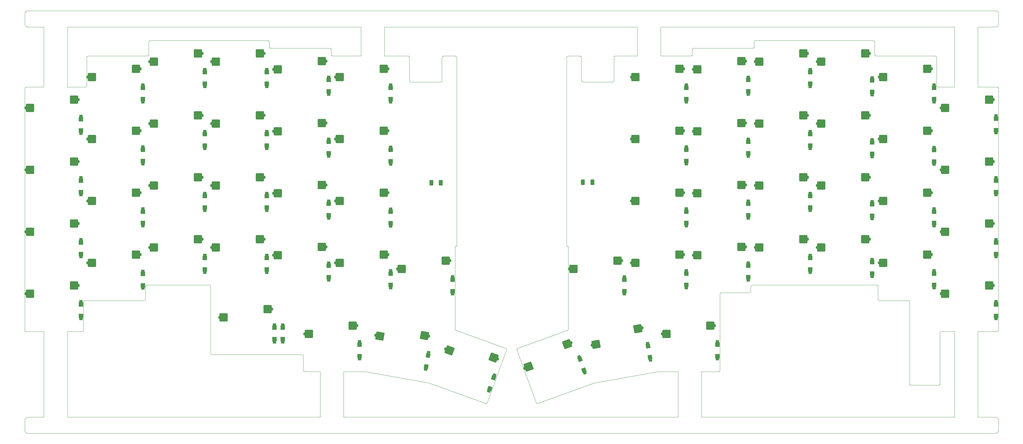
<source format=gbp>
G04 #@! TF.GenerationSoftware,KiCad,Pcbnew,7.0.2*
G04 #@! TF.CreationDate,2023-10-10T22:26:24+09:00*
G04 #@! TF.ProjectId,SumNight57,53756d4e-6967-4687-9435-372e6b696361,rev?*
G04 #@! TF.SameCoordinates,Original*
G04 #@! TF.FileFunction,Paste,Bot*
G04 #@! TF.FilePolarity,Positive*
%FSLAX46Y46*%
G04 Gerber Fmt 4.6, Leading zero omitted, Abs format (unit mm)*
G04 Created by KiCad (PCBNEW 7.0.2) date 2023-10-10 22:26:24*
%MOMM*%
%LPD*%
G01*
G04 APERTURE LIST*
G04 Aperture macros list*
%AMRoundRect*
0 Rectangle with rounded corners*
0 $1 Rounding radius*
0 $2 $3 $4 $5 $6 $7 $8 $9 X,Y pos of 4 corners*
0 Add a 4 corners polygon primitive as box body*
4,1,4,$2,$3,$4,$5,$6,$7,$8,$9,$2,$3,0*
0 Add four circle primitives for the rounded corners*
1,1,$1+$1,$2,$3*
1,1,$1+$1,$4,$5*
1,1,$1+$1,$6,$7*
1,1,$1+$1,$8,$9*
0 Add four rect primitives between the rounded corners*
20,1,$1+$1,$2,$3,$4,$5,0*
20,1,$1+$1,$4,$5,$6,$7,0*
20,1,$1+$1,$6,$7,$8,$9,0*
20,1,$1+$1,$8,$9,$2,$3,0*%
%AMFreePoly0*
4,1,5,0.300000,-0.500000,-0.300000,-0.500000,-0.300000,0.500000,0.300000,0.500000,0.300000,-0.500000,0.300000,-0.500000,$1*%
%AMFreePoly1*
4,1,5,0.700000,-0.650000,-0.700000,-0.650000,-0.700000,0.650000,0.700000,0.650000,0.700000,-0.650000,0.700000,-0.650000,$1*%
G04 Aperture macros list end*
%ADD10C,1.000000*%
%ADD11RoundRect,0.250000X1.025000X1.000000X-1.025000X1.000000X-1.025000X-1.000000X1.025000X-1.000000X0*%
%ADD12RoundRect,0.250000X-1.025000X-1.000000X1.025000X-1.000000X1.025000X1.000000X-1.025000X1.000000X0*%
%ADD13FreePoly0,90.000000*%
%ADD14FreePoly1,270.000000*%
%ADD15RoundRect,0.250000X0.312500X0.625000X-0.312500X0.625000X-0.312500X-0.625000X0.312500X-0.625000X0*%
%ADD16FreePoly0,80.000000*%
%ADD17FreePoly1,260.000000*%
%ADD18FreePoly0,70.000000*%
%ADD19FreePoly1,250.000000*%
%ADD20RoundRect,0.250000X-0.312500X-0.625000X0.312500X-0.625000X0.312500X0.625000X-0.312500X0.625000X0*%
%ADD21FreePoly0,110.000000*%
%ADD22FreePoly1,290.000000*%
%ADD23RoundRect,0.250000X1.183076X0.806818X-0.835780X1.162797X-1.183076X-0.806818X0.835780X-1.162797X0*%
%ADD24RoundRect,0.250000X-1.183076X-0.806818X0.835780X-1.162797X1.183076X0.806818X-0.835780X1.162797X0*%
%ADD25FreePoly0,100.000000*%
%ADD26FreePoly1,280.000000*%
%ADD27RoundRect,0.250000X0.621165X1.290263X-1.305205X0.589122X-0.621165X-1.290263X1.305205X-0.589122X0*%
%ADD28RoundRect,0.250000X-0.621165X-1.290263X1.305205X-0.589122X0.621165X1.290263X-1.305205X0.589122X0*%
%ADD29RoundRect,0.250000X0.835780X1.162797X-1.183076X0.806818X-0.835780X-1.162797X1.183076X-0.806818X0*%
%ADD30RoundRect,0.250000X-0.835780X-1.162797X1.183076X-0.806818X0.835780X1.162797X-1.183076X0.806818X0*%
%ADD31RoundRect,0.250000X1.305205X0.589122X-0.621165X1.290263X-1.305205X-0.589122X0.621165X-1.290263X0*%
%ADD32RoundRect,0.250000X-1.305205X-0.589122X0.621165X-1.290263X1.305205X0.589122X-0.621165X1.290263X0*%
G04 #@! TA.AperFunction,Profile*
%ADD33C,0.074083*%
G04 #@! TD*
G04 APERTURE END LIST*
D10*
X65369974Y-117871144D03*
D11*
X66619974Y-117871144D03*
D12*
X80119974Y-115331144D03*
D10*
X81394974Y-115331144D03*
X194419974Y-103583644D03*
D11*
X195669974Y-103583644D03*
D12*
X209169974Y-101043644D03*
D10*
X210444974Y-101043644D03*
D13*
X230367474Y-70892394D03*
D14*
X230367474Y-69917394D03*
X230367474Y-66367394D03*
D13*
X230367474Y-65392394D03*
X120367474Y-73273644D03*
D14*
X120367474Y-72298644D03*
X120367474Y-68748644D03*
D13*
X120367474Y-67773644D03*
D10*
X232519974Y-98821144D03*
D11*
X233769974Y-98821144D03*
D12*
X247269974Y-96281144D03*
D10*
X248544974Y-96281144D03*
X289669974Y-75008644D03*
D11*
X290919974Y-75008644D03*
D12*
X304419974Y-72468644D03*
D10*
X305694974Y-72468644D03*
D15*
X135791474Y-97986894D03*
X132866474Y-97986894D03*
D16*
X131111192Y-155527019D03*
D17*
X131280498Y-154566832D03*
X131896950Y-151070764D03*
D16*
X132066256Y-150110577D03*
D10*
X93944724Y-144517644D03*
D11*
X95194724Y-144517644D03*
D12*
X108694724Y-141977644D03*
D10*
X109969724Y-141977644D03*
D13*
X25117474Y-82928644D03*
D14*
X25117474Y-81953644D03*
X25117474Y-78403644D03*
D13*
X25117474Y-77428644D03*
X120367474Y-130423644D03*
D14*
X120367474Y-129448644D03*
X120367474Y-125898644D03*
D13*
X120367474Y-124923644D03*
X220842474Y-152307894D03*
D14*
X220842474Y-151332894D03*
X220842474Y-147782894D03*
D13*
X220842474Y-146807894D03*
D10*
X46319974Y-60721144D03*
D11*
X47569974Y-60721144D03*
D12*
X61069974Y-58181144D03*
D10*
X62344974Y-58181144D03*
X122519974Y-124514894D03*
D11*
X123769974Y-124514894D03*
D12*
X137269974Y-121974894D03*
D10*
X138544974Y-121974894D03*
X67750974Y-139437644D03*
D11*
X69000974Y-139437644D03*
D12*
X82500974Y-136897644D03*
D10*
X83775974Y-136897644D03*
D13*
X230367474Y-128042394D03*
D14*
X230367474Y-127067394D03*
X230367474Y-123517394D03*
D13*
X230367474Y-122542394D03*
X25117474Y-101848644D03*
D14*
X25117474Y-100873644D03*
X25117474Y-97323644D03*
D13*
X25117474Y-96348644D03*
X87188474Y-147092394D03*
D14*
X87188474Y-146117394D03*
X87188474Y-142567394D03*
D13*
X87188474Y-141592394D03*
D10*
X27269974Y-122633644D03*
D11*
X28519974Y-122633644D03*
D12*
X42019974Y-120093644D03*
D10*
X43294974Y-120093644D03*
D13*
X287517474Y-130423644D03*
D14*
X287517474Y-129448644D03*
X287517474Y-125898644D03*
D13*
X287517474Y-124923644D03*
D10*
X8219974Y-75008644D03*
D11*
X9469974Y-75008644D03*
D12*
X22969974Y-72468644D03*
D10*
X24244974Y-72468644D03*
X27269974Y-65483644D03*
D11*
X28519974Y-65483644D03*
D12*
X42019974Y-62943644D03*
D10*
X43294974Y-62943644D03*
D13*
X287517474Y-92453644D03*
D14*
X287517474Y-91478644D03*
X287517474Y-87928644D03*
D13*
X287517474Y-86953644D03*
X82267474Y-106611144D03*
D14*
X82267474Y-105636144D03*
X82267474Y-102086144D03*
D13*
X82267474Y-101111144D03*
X249417474Y-87561144D03*
D14*
X249417474Y-86586144D03*
X249417474Y-83036144D03*
D13*
X249417474Y-82061144D03*
D10*
X270619974Y-84533644D03*
D11*
X271869974Y-84533644D03*
D12*
X285369974Y-81993644D03*
D10*
X286644974Y-81993644D03*
X213469974Y-101202394D03*
D11*
X214719974Y-101202394D03*
D12*
X228219974Y-98662394D03*
D10*
X229494974Y-98662394D03*
D13*
X101317474Y-70892394D03*
D14*
X101317474Y-69917394D03*
X101317474Y-66367394D03*
D13*
X101317474Y-65392394D03*
X249417474Y-68511144D03*
D14*
X249417474Y-67536144D03*
X249417474Y-63986144D03*
D13*
X249417474Y-63011144D03*
D10*
X251569974Y-117871144D03*
D11*
X252819974Y-117871144D03*
D12*
X266319974Y-115331144D03*
D10*
X267594974Y-115331144D03*
D13*
X63217474Y-106611144D03*
D14*
X63217474Y-105636144D03*
X63217474Y-102086144D03*
D13*
X63217474Y-101111144D03*
X63217474Y-87561144D03*
D14*
X63217474Y-86586144D03*
X63217474Y-83036144D03*
D13*
X63217474Y-82061144D03*
X287517474Y-111373644D03*
D14*
X287517474Y-110398644D03*
X287517474Y-106848644D03*
D13*
X287517474Y-105873644D03*
D18*
X150513507Y-162216451D03*
D19*
X150846976Y-161300250D03*
X152061148Y-157964342D03*
D18*
X152394617Y-157048141D03*
D10*
X46319974Y-79771144D03*
D11*
X47569974Y-79771144D03*
D12*
X61069974Y-77231144D03*
D10*
X62344974Y-77231144D03*
X232519974Y-79771144D03*
D11*
X233769974Y-79771144D03*
D12*
X247269974Y-77231144D03*
D10*
X248544974Y-77231144D03*
X194419974Y-122633644D03*
D11*
X195669974Y-122633644D03*
D12*
X209169974Y-120093644D03*
D10*
X210444974Y-120093644D03*
X103469974Y-122633644D03*
D11*
X104719974Y-122633644D03*
D12*
X118219974Y-120093644D03*
D10*
X119494974Y-120093644D03*
X103469974Y-84533644D03*
D11*
X104719974Y-84533644D03*
D12*
X118219974Y-81993644D03*
D10*
X119494974Y-81993644D03*
D13*
X230367474Y-89942394D03*
D14*
X230367474Y-88967394D03*
X230367474Y-85417394D03*
D13*
X230367474Y-84442394D03*
X25117474Y-120898644D03*
D14*
X25117474Y-119923644D03*
X25117474Y-116373644D03*
D13*
X25117474Y-115398644D03*
X44167474Y-130553644D03*
D14*
X44167474Y-129578644D03*
X44167474Y-126028644D03*
D13*
X44167474Y-125053644D03*
D10*
X289669974Y-132158644D03*
D11*
X290919974Y-132158644D03*
D12*
X304419974Y-129618644D03*
D10*
X305694974Y-129618644D03*
D13*
X25117474Y-139948644D03*
D14*
X25117474Y-138973644D03*
X25117474Y-135423644D03*
D13*
X25117474Y-134448644D03*
D10*
X270619974Y-65483644D03*
D11*
X271869974Y-65483644D03*
D12*
X285369974Y-62943644D03*
D10*
X286644974Y-62943644D03*
X232519974Y-117871144D03*
D11*
X233769974Y-117871144D03*
D12*
X247269974Y-115331144D03*
D10*
X248544974Y-115331144D03*
X46319974Y-117871144D03*
D11*
X47569974Y-117871144D03*
D12*
X61069974Y-115331144D03*
D10*
X62344974Y-115331144D03*
D13*
X211317474Y-130423644D03*
D14*
X211317474Y-129448644D03*
X211317474Y-125898644D03*
D13*
X211317474Y-124923644D03*
D10*
X203944974Y-144517894D03*
D11*
X205194974Y-144517894D03*
D12*
X218694974Y-141977894D03*
D10*
X219969974Y-141977894D03*
X270619974Y-122633644D03*
D11*
X271869974Y-122633644D03*
D12*
X285369974Y-120093644D03*
D10*
X286644974Y-120093644D03*
X194419974Y-84533644D03*
D11*
X195669974Y-84533644D03*
D12*
X209169974Y-81993644D03*
D10*
X210444974Y-81993644D03*
X213469974Y-82152394D03*
D11*
X214719974Y-82152394D03*
D12*
X228219974Y-79612394D03*
D10*
X229494974Y-79612394D03*
D13*
X306567474Y-82798644D03*
D14*
X306567474Y-81823644D03*
X306567474Y-78273644D03*
D13*
X306567474Y-77298644D03*
X63217474Y-125661144D03*
D14*
X63217474Y-124686144D03*
X63217474Y-121136144D03*
D13*
X63217474Y-120161144D03*
D10*
X84419974Y-101202394D03*
D11*
X85669974Y-101202394D03*
D12*
X99169974Y-98662394D03*
D10*
X100444974Y-98662394D03*
X289669974Y-113108644D03*
D11*
X290919974Y-113108644D03*
D12*
X304419974Y-110568644D03*
D10*
X305694974Y-110568644D03*
X232519974Y-60721144D03*
D11*
X233769974Y-60721144D03*
D12*
X247269974Y-58181144D03*
D10*
X248544974Y-58181144D03*
X84419974Y-63102394D03*
D11*
X85669974Y-63102394D03*
D12*
X99169974Y-60562394D03*
D10*
X100444974Y-60562394D03*
X251569974Y-98821144D03*
D11*
X252819974Y-98821144D03*
D12*
X266319974Y-96281144D03*
D10*
X267594974Y-96281144D03*
X8219974Y-132158644D03*
D11*
X9469974Y-132158644D03*
D12*
X22969974Y-129618644D03*
D10*
X24244974Y-129618644D03*
D13*
X101317474Y-108992394D03*
D14*
X101317474Y-108017394D03*
X101317474Y-104467394D03*
D13*
X101317474Y-103492394D03*
X82267474Y-87561144D03*
D14*
X82267474Y-86586144D03*
X82267474Y-83036144D03*
D13*
X82267474Y-82061144D03*
D10*
X103469974Y-103583644D03*
D11*
X104719974Y-103583644D03*
D12*
X118219974Y-101043644D03*
D10*
X119494974Y-101043644D03*
D13*
X44167474Y-73273644D03*
D14*
X44167474Y-72298644D03*
X44167474Y-68748644D03*
D13*
X44167474Y-67773644D03*
D10*
X289669974Y-94058644D03*
D11*
X290919974Y-94058644D03*
D12*
X304419974Y-91518644D03*
D10*
X305694974Y-91518644D03*
X27269974Y-84533644D03*
D11*
X28519974Y-84533644D03*
D12*
X42019974Y-81993644D03*
D10*
X43294974Y-81993644D03*
D13*
X306567474Y-101848644D03*
D14*
X306567474Y-100873644D03*
X306567474Y-97323644D03*
D13*
X306567474Y-96348644D03*
X82267474Y-68511144D03*
D14*
X82267474Y-67536144D03*
X82267474Y-63986144D03*
D13*
X82267474Y-63011144D03*
D10*
X270619974Y-103583644D03*
D11*
X271869974Y-103583644D03*
D12*
X285369974Y-101043644D03*
D10*
X286644974Y-101043644D03*
D20*
X179475474Y-97859894D03*
X182400474Y-97859894D03*
D13*
X230367474Y-108992394D03*
D14*
X230367474Y-108017394D03*
X230367474Y-104467394D03*
D13*
X230367474Y-103492394D03*
X306567474Y-139948644D03*
D14*
X306567474Y-138973644D03*
X306567474Y-135423644D03*
D13*
X306567474Y-134448644D03*
D10*
X84419974Y-120252394D03*
D11*
X85669974Y-120252394D03*
D12*
X99169974Y-117712394D03*
D10*
X100444974Y-117712394D03*
D13*
X211317474Y-92323644D03*
D14*
X211317474Y-91348644D03*
X211317474Y-87798644D03*
D13*
X211317474Y-86823644D03*
X101317474Y-89942394D03*
D14*
X101317474Y-88967394D03*
X101317474Y-85417394D03*
D13*
X101317474Y-84442394D03*
X63217474Y-68511144D03*
D14*
X63217474Y-67536144D03*
X63217474Y-63986144D03*
D13*
X63217474Y-63011144D03*
X287517474Y-73273644D03*
D14*
X287517474Y-72298644D03*
X287517474Y-68748644D03*
D13*
X287517474Y-67773644D03*
D10*
X251569974Y-60721144D03*
D11*
X252819974Y-60721144D03*
D12*
X266319974Y-58181144D03*
D10*
X267594974Y-58181144D03*
D21*
X180173905Y-156564820D03*
D22*
X179840436Y-155648619D03*
X178626264Y-152312711D03*
D21*
X178292795Y-151396510D03*
D10*
X115823121Y-144921147D03*
D23*
X117054131Y-145138208D03*
D24*
X130790102Y-144981046D03*
D10*
X132045732Y-145202448D03*
D13*
X139417474Y-132304894D03*
D14*
X139417474Y-131329894D03*
X139417474Y-127779894D03*
D13*
X139417474Y-126804894D03*
D10*
X213469974Y-120252394D03*
D11*
X214719974Y-120252394D03*
D12*
X228219974Y-117712394D03*
D10*
X229494974Y-117712394D03*
D13*
X44167474Y-111373644D03*
D14*
X44167474Y-110398644D03*
X44167474Y-106848644D03*
D13*
X44167474Y-105873644D03*
X82267474Y-125661144D03*
D14*
X82267474Y-124686144D03*
X82267474Y-121136144D03*
D13*
X82267474Y-120161144D03*
D10*
X213469974Y-63102394D03*
D11*
X214719974Y-63102394D03*
D12*
X228219974Y-60562394D03*
D10*
X229494974Y-60562394D03*
D13*
X110842224Y-152307644D03*
D14*
X110842224Y-151332644D03*
X110842224Y-147782644D03*
D13*
X110842224Y-146807644D03*
D10*
X65369974Y-98821144D03*
D11*
X66619974Y-98821144D03*
D12*
X80119974Y-96281144D03*
D10*
X81394974Y-96281144D03*
X8219974Y-94058644D03*
D11*
X9469974Y-94058644D03*
D12*
X22969974Y-91518644D03*
D10*
X24244974Y-91518644D03*
D13*
X306567474Y-120898644D03*
D14*
X306567474Y-119923644D03*
X306567474Y-116373644D03*
D13*
X306567474Y-115398644D03*
X84648474Y-147092394D03*
D14*
X84648474Y-146117394D03*
X84648474Y-142567394D03*
D13*
X84648474Y-141592394D03*
D10*
X175369974Y-124514894D03*
D11*
X176619974Y-124514894D03*
D12*
X190119974Y-121974894D03*
D10*
X191394974Y-121974894D03*
D13*
X268467474Y-65551144D03*
D14*
X268467474Y-66526144D03*
X268467474Y-70076144D03*
D13*
X268467474Y-71051144D03*
D10*
X65369974Y-79771144D03*
D11*
X66619974Y-79771144D03*
D12*
X80119974Y-77231144D03*
D10*
X81394974Y-77231144D03*
X84419974Y-82152394D03*
D11*
X85669974Y-82152394D03*
D12*
X99169974Y-79612394D03*
D10*
X100444974Y-79612394D03*
X46319974Y-98821144D03*
D11*
X47569974Y-98821144D03*
D12*
X61069974Y-96281144D03*
D10*
X62344974Y-96281144D03*
D25*
X200321748Y-152657734D03*
D26*
X200152442Y-151697547D03*
X199535990Y-148201479D03*
D25*
X199366684Y-147241292D03*
D10*
X27269974Y-103583644D03*
D11*
X28519974Y-103583644D03*
D12*
X42019974Y-101043644D03*
D10*
X43294974Y-101043644D03*
D13*
X268467474Y-90101144D03*
D14*
X268467474Y-89126144D03*
X268467474Y-85576144D03*
D13*
X268467474Y-84601144D03*
X120367474Y-92377394D03*
D14*
X120367474Y-91402394D03*
X120367474Y-87852394D03*
D13*
X120367474Y-86877394D03*
X211317474Y-73273644D03*
D14*
X211317474Y-72298644D03*
X211317474Y-68748644D03*
D13*
X211317474Y-67773644D03*
D10*
X8219974Y-113108644D03*
D11*
X9469974Y-113108644D03*
D12*
X22969974Y-110568644D03*
D10*
X24244974Y-110568644D03*
X251569974Y-79771144D03*
D11*
X252819974Y-79771144D03*
D12*
X266319974Y-77231144D03*
D10*
X267594974Y-77231144D03*
D13*
X192267474Y-132304894D03*
D14*
X192267474Y-131329894D03*
X192267474Y-127779894D03*
D13*
X192267474Y-126804894D03*
X268467474Y-109151144D03*
D14*
X268467474Y-108176144D03*
X268467474Y-104626144D03*
D13*
X268467474Y-103651144D03*
X249417474Y-106611144D03*
D14*
X249417474Y-105636144D03*
X249417474Y-102086144D03*
D13*
X249417474Y-101111144D03*
X44167474Y-92323644D03*
D14*
X44167474Y-91348644D03*
X44167474Y-87798644D03*
D13*
X44167474Y-86823644D03*
X268467474Y-126931144D03*
D14*
X268467474Y-125956144D03*
X268467474Y-122406144D03*
D13*
X268467474Y-121431144D03*
X120367474Y-111427394D03*
D14*
X120367474Y-110452394D03*
X120367474Y-106902394D03*
D13*
X120367474Y-105927394D03*
D10*
X103469974Y-65483644D03*
D11*
X104719974Y-65483644D03*
D12*
X118219974Y-62943644D03*
D10*
X119494974Y-62943644D03*
X161631113Y-155023899D03*
D27*
X162805729Y-154596374D03*
D28*
X174622848Y-147592282D03*
D10*
X175820956Y-147156207D03*
X65369974Y-60721144D03*
D11*
X66619974Y-60721144D03*
D12*
X80119974Y-58181144D03*
D10*
X81394974Y-58181144D03*
X182328241Y-147920302D03*
D29*
X183559250Y-147703242D03*
D30*
X196413089Y-142857580D03*
D10*
X197668719Y-142636179D03*
D13*
X101317474Y-128042394D03*
D14*
X101317474Y-127067394D03*
X101317474Y-123517394D03*
D13*
X101317474Y-122542394D03*
X211317474Y-111373644D03*
D14*
X211317474Y-110398644D03*
X211317474Y-106848644D03*
D13*
X211317474Y-105873644D03*
D10*
X137299387Y-149116960D03*
D31*
X138474003Y-149544485D03*
D32*
X152028585Y-151774938D03*
D10*
X153226693Y-152211013D03*
D13*
X249417474Y-125661144D03*
D14*
X249417474Y-124686144D03*
X249417474Y-121136144D03*
D13*
X249417474Y-120161144D03*
D10*
X194419974Y-65483644D03*
D11*
X195669974Y-65483644D03*
D12*
X209169974Y-62943644D03*
D10*
X210444974Y-62943644D03*
D33*
X179035249Y-66670373D02*
X179044201Y-66693083D01*
X306573329Y-50029916D02*
X306525502Y-50040696D01*
X125728919Y-59004012D02*
X125753069Y-59008226D01*
X306381064Y-175058653D02*
X306329542Y-175059954D01*
X65077850Y-150664696D02*
X65063758Y-150644619D01*
X270191759Y-129744645D02*
X270181920Y-129722345D01*
X136463680Y-59036570D02*
X136486423Y-59027795D01*
X279576058Y-134214145D02*
X279551790Y-134208562D01*
X26698126Y-68409360D02*
X26716270Y-68393644D01*
X126395658Y-66926093D02*
X126416599Y-66938132D01*
X126375369Y-66913087D02*
X126395658Y-66926093D01*
X8000851Y-45500829D02*
X8028728Y-45461619D01*
X270267828Y-133889834D02*
X270259070Y-133867092D01*
X188556125Y-66995895D02*
X188581134Y-66992716D01*
X288319114Y-68218138D02*
X288329158Y-68240290D01*
X64979168Y-129910492D02*
X64977237Y-129885094D01*
X8193950Y-170288349D02*
X8231722Y-170258665D01*
X93757272Y-155984351D02*
X93737851Y-155969234D01*
X165421601Y-165874328D02*
X165398092Y-165869044D01*
X83060296Y-56289181D02*
X83069249Y-56311891D01*
X306481996Y-45071447D02*
X306531283Y-45080241D01*
X179104240Y-66797631D02*
X179119084Y-66816522D01*
X232119906Y-56218018D02*
X232124303Y-56193390D01*
X64778970Y-129535505D02*
X64759365Y-129521565D01*
X44959238Y-129767663D02*
X44951570Y-129790833D01*
X44929342Y-133723653D02*
X44927511Y-133748266D01*
X212859613Y-58913146D02*
X212879218Y-58899205D01*
X159516493Y-148892306D02*
X174650923Y-143383685D01*
X230730676Y-131806999D02*
X230706048Y-131811396D01*
X306963294Y-170286488D02*
X307000420Y-170318732D01*
X159448972Y-148922646D02*
X159470884Y-148911465D01*
X126603844Y-66995895D02*
X126629244Y-66997826D01*
X178626837Y-59013606D02*
X178650386Y-59020134D01*
X132083103Y-159531626D02*
X132072325Y-159529620D01*
X45968116Y-54544639D02*
X45977988Y-54522339D01*
X8208165Y-68538605D02*
X8232049Y-68533225D01*
X307184156Y-143577090D02*
X307165932Y-143594167D01*
X135973157Y-66884303D02*
X135991301Y-66868587D01*
X93684053Y-155918097D02*
X93667952Y-155899403D01*
X126070978Y-59221071D02*
X126084041Y-59241765D01*
X83176403Y-56470839D02*
X83193769Y-56487395D01*
X287904245Y-59014276D02*
X287927936Y-59021014D01*
X174609248Y-59162843D02*
X174626326Y-59144850D01*
X307184156Y-68669852D02*
X307201049Y-68687844D01*
X150067328Y-165643462D02*
X150054099Y-165664046D01*
X125952462Y-59096567D02*
X125971884Y-59111672D01*
X221557036Y-155796343D02*
X221546082Y-155818140D01*
X150079565Y-165622204D02*
X150067328Y-165643462D01*
X280081408Y-160077300D02*
X280065055Y-160058572D01*
X269943239Y-129483861D02*
X269920889Y-129473975D01*
X140405311Y-117530619D02*
X140393116Y-117532141D01*
X213408045Y-56647621D02*
X213431266Y-56639761D01*
X64985295Y-150441013D02*
X64982264Y-150416578D01*
X44882051Y-133912391D02*
X44871098Y-133934187D01*
X306477117Y-170070971D02*
X306525502Y-170079402D01*
X8193950Y-174831628D02*
X8157670Y-174800201D01*
X231145682Y-129810980D02*
X231140099Y-129835176D01*
X270117117Y-129619133D02*
X270101170Y-129600439D01*
X159234175Y-149150805D02*
X159245222Y-149128560D01*
X98730063Y-170060015D02*
X98730063Y-156082621D01*
X7890759Y-45716136D02*
X7908662Y-45670717D01*
X44746924Y-134085535D02*
X44727502Y-134100640D01*
X8440764Y-174981377D02*
X8396474Y-174961353D01*
X82990668Y-54541431D02*
X82999620Y-54564141D01*
X26380018Y-134198672D02*
X26355233Y-134199286D01*
X83019801Y-54635304D02*
X83024198Y-54659932D01*
X7830699Y-143248388D02*
X7830085Y-143223605D01*
X7830085Y-49059992D02*
X7830085Y-46060051D01*
X149564587Y-165877789D02*
X149540448Y-165873486D01*
X280116525Y-160112371D02*
X280098768Y-160095294D01*
X232391653Y-54296382D02*
X232413203Y-54285340D01*
X288207041Y-59239277D02*
X288219114Y-59260218D01*
X232145803Y-54611109D02*
X232152539Y-54587377D01*
X221318637Y-156034715D02*
X221296337Y-156044588D01*
X140181470Y-142953156D02*
X140185981Y-142991603D01*
X46405318Y-54236651D02*
X46430147Y-54236037D01*
X174744502Y-59057395D02*
X174766307Y-59046442D01*
X93332132Y-150951207D02*
X93311448Y-150938118D01*
X288279023Y-59472861D02*
X288279677Y-59498599D01*
X7928116Y-143520950D02*
X7914024Y-143500874D01*
X213064321Y-58623464D02*
X213069904Y-58599268D01*
X26895824Y-59373609D02*
X26902561Y-59349878D01*
X280237607Y-160193701D02*
X280215908Y-160182748D01*
X165493665Y-165883321D02*
X165469428Y-165881485D01*
X125704517Y-59000981D02*
X125728919Y-59004012D01*
X231553836Y-129441669D02*
X231529208Y-129446065D01*
X64982264Y-150416578D02*
X64980433Y-150391926D01*
X136082732Y-66757738D02*
X136094772Y-66736796D01*
X307245958Y-68746071D02*
X307258940Y-68766765D01*
X188699553Y-66959186D02*
X188721691Y-66949174D01*
X7900961Y-68766765D02*
X7914024Y-68746071D01*
X136509577Y-59020134D02*
X136533104Y-59013606D01*
X136486423Y-59027795D02*
X136509577Y-59020134D01*
X174785734Y-143309480D02*
X174800537Y-143297590D01*
X8094583Y-143664544D02*
X8073314Y-143652527D01*
X8116388Y-143675497D02*
X8094583Y-143664544D01*
X26596838Y-68474232D02*
X26618400Y-68463190D01*
X93200151Y-150888766D02*
X93176607Y-150882231D01*
X174866879Y-143230611D02*
X174878530Y-143215829D01*
X7831386Y-174111556D02*
X7830085Y-174060107D01*
X45846034Y-58775852D02*
X45859122Y-58755168D01*
X270084272Y-129582491D02*
X270066048Y-129565366D01*
X270473103Y-134127529D02*
X270452291Y-134114466D01*
X8778494Y-45061227D02*
X8829945Y-45059926D01*
X26880083Y-68023470D02*
X26880083Y-59498599D01*
X101818272Y-56677623D02*
X101839214Y-56689659D01*
X64979818Y-146712931D02*
X64979818Y-129936228D01*
X26306201Y-134204150D02*
X26282037Y-134208366D01*
X231190286Y-129697590D02*
X231179244Y-129719152D01*
X307270895Y-68788034D02*
X307281804Y-68809839D01*
X93613675Y-155817992D02*
X93602721Y-155796188D01*
X179266590Y-66938132D02*
X179288152Y-66949174D01*
X149710512Y-165878603D02*
X149686279Y-165881438D01*
X65126135Y-150720835D02*
X65109056Y-150702845D01*
X306951273Y-143708335D02*
X306927420Y-143713715D01*
X102194126Y-58816580D02*
X102209842Y-58834723D01*
X45503838Y-58993058D02*
X45528002Y-58988841D01*
X288078368Y-59097867D02*
X288097273Y-59112711D01*
X136008667Y-66852031D02*
X136025224Y-66834665D01*
X25657423Y-143639464D02*
X25636729Y-143652527D01*
X25918025Y-134507408D02*
X25909239Y-134530164D01*
X231169232Y-129741303D02*
X231160280Y-129764013D01*
X126204223Y-66715234D02*
X126215264Y-66736796D01*
X306712530Y-170136124D02*
X306757194Y-170155885D01*
X8232049Y-143713715D02*
X8208165Y-143708335D01*
X140281279Y-117578526D02*
X140271574Y-117586085D01*
X8727718Y-50054953D02*
X8677681Y-50048591D01*
X289166131Y-160059696D02*
X289150458Y-160077833D01*
X307310218Y-170863968D02*
X307318687Y-170912282D01*
X307043123Y-68571441D02*
X307065000Y-68582395D01*
X307070087Y-174732369D02*
X307036985Y-174767094D01*
X268851291Y-54251107D02*
X268874824Y-54257635D01*
X174495069Y-59376616D02*
X174501599Y-59353068D01*
X269230306Y-58523260D02*
X269232147Y-58547880D01*
X287995964Y-59047839D02*
X288017518Y-59058881D01*
X44527994Y-134188982D02*
X44503814Y-134193196D01*
X136284343Y-59162843D02*
X136301420Y-59144850D01*
X280282485Y-160212349D02*
X280259813Y-160203574D01*
X155902372Y-149108079D02*
X155914051Y-149129048D01*
X178875673Y-59162843D02*
X178891772Y-59181570D01*
X232370724Y-54308421D02*
X232391653Y-54296382D01*
X140236653Y-117621007D02*
X140229094Y-117630713D01*
X64797860Y-129550349D02*
X64778970Y-129535505D01*
X159387195Y-148962237D02*
X159407094Y-148948061D01*
X178957002Y-59284839D02*
X178966875Y-59307140D01*
X268943129Y-54283943D02*
X268965003Y-54294896D01*
X126025682Y-59162843D02*
X126041781Y-59181570D01*
X269084150Y-54382351D02*
X269101043Y-54400343D01*
X82848001Y-54350211D02*
X82866145Y-54365927D01*
X183076194Y-159531874D02*
X183065526Y-159534097D01*
X159193184Y-149437707D02*
X159190091Y-149413427D01*
X83144131Y-56435329D02*
X83159847Y-56453473D01*
X306763415Y-45158533D02*
X306806544Y-45180616D01*
X64739076Y-129508559D02*
X64718134Y-129496520D01*
X140569785Y-117486710D02*
X140559641Y-117493210D01*
X25841924Y-143414836D02*
X25832052Y-143437125D01*
X269851389Y-129450986D02*
X269827536Y-129445602D01*
X288905235Y-160225870D02*
X288880964Y-160231453D01*
X82915783Y-54417993D02*
X82930627Y-54436883D01*
X159192442Y-149291704D02*
X159196461Y-149267606D01*
X178802457Y-59096567D02*
X178821878Y-59111672D01*
X174825649Y-117548474D02*
X174814265Y-117544074D01*
X174621630Y-117504746D02*
X174610848Y-117499227D01*
X189169372Y-59127772D02*
X189188064Y-59111672D01*
X269145952Y-54458571D02*
X269158934Y-54479265D01*
X8311491Y-174915196D02*
X8270923Y-174889188D01*
X132104449Y-159536359D02*
X132093810Y-159533874D01*
X136124780Y-66670373D02*
X136132640Y-66647137D01*
X112479139Y-156082621D02*
X105929907Y-156082621D01*
X269473834Y-58927574D02*
X269494984Y-58939612D01*
X306719104Y-174981377D02*
X306673672Y-174999280D01*
X132156736Y-159552111D02*
X132146389Y-159548538D01*
X25715652Y-143594167D02*
X25696924Y-143610267D01*
X27026531Y-59144983D02*
X27043897Y-59128427D01*
X174626326Y-59144850D02*
X174644316Y-59127772D01*
X83027378Y-54684962D02*
X83029308Y-54710361D01*
X213194217Y-56799195D02*
X213209928Y-56781059D01*
X179044201Y-66693083D02*
X179054214Y-66715234D01*
X232215438Y-54456488D02*
X232229374Y-54436883D01*
X64849927Y-129599987D02*
X64833370Y-129582621D01*
X93584074Y-155751130D02*
X93576414Y-155727959D01*
X7831386Y-49111444D02*
X7830085Y-49059992D01*
X174897807Y-117594139D02*
X174888455Y-117586085D01*
X26965474Y-59218988D02*
X26979414Y-59199383D01*
X8778494Y-50058816D02*
X8727718Y-50054953D01*
X102320692Y-58926151D02*
X102341633Y-58938191D01*
X136581111Y-59004012D02*
X136605512Y-59000981D01*
X289703943Y-143729167D02*
X289679375Y-143733564D01*
X112490042Y-156082733D02*
X112479139Y-156082621D01*
X202658267Y-156083113D02*
X202647374Y-156083724D01*
X280098768Y-160095294D02*
X280081408Y-160077300D01*
X136176715Y-59353068D02*
X136184374Y-59329896D01*
X136094772Y-66736796D02*
X136105814Y-66715234D01*
X213090218Y-57016378D02*
X213095801Y-56992201D01*
X64604741Y-129451915D02*
X64580545Y-129446332D01*
X136105814Y-66715234D02*
X136115827Y-66693083D01*
X46261442Y-54265295D02*
X46284615Y-54257635D01*
X307319975Y-68925500D02*
X307324198Y-68949681D01*
X102455024Y-58982795D02*
X102479220Y-58988378D01*
X65357812Y-150852082D02*
X65334284Y-150845553D01*
X300929396Y-68523535D02*
X306829603Y-68523535D01*
X126269093Y-66816522D02*
X126284809Y-66834665D01*
X269232147Y-58547880D02*
X269235197Y-58572292D01*
X306719104Y-45138507D02*
X306763415Y-45158533D01*
X293730085Y-170060015D02*
X293730085Y-143723406D01*
X231099604Y-131489052D02*
X231090652Y-131511761D01*
X221583347Y-155728155D02*
X221575686Y-155751310D01*
X232069717Y-56355604D02*
X232080759Y-56334042D01*
X126301365Y-66852031D02*
X126318731Y-66868587D01*
X140680006Y-59498599D02*
X140680006Y-117279620D01*
X8532625Y-175015000D02*
X8486168Y-174999280D01*
X174499642Y-117376804D02*
X174495165Y-117365464D01*
X289018807Y-160181271D02*
X288997232Y-160192311D01*
X288017518Y-59058881D02*
X288038458Y-59070921D01*
X45951681Y-54590568D02*
X45959341Y-54567395D01*
X126284809Y-66834665D02*
X126301365Y-66852031D01*
X101994564Y-56837673D02*
X102007569Y-56857952D01*
X140598104Y-117464474D02*
X140589033Y-117472326D01*
X288219114Y-59260218D02*
X288230189Y-59281780D01*
X231948104Y-56503111D02*
X231966248Y-56487395D01*
X232152539Y-54587377D02*
X232160399Y-54564141D01*
X8532625Y-50015140D02*
X8486168Y-49999412D01*
X179007493Y-66549552D02*
X179010672Y-66574581D01*
X269131964Y-54438493D02*
X269145952Y-54458571D01*
X165136491Y-165706045D02*
X165121161Y-165686911D01*
X307324538Y-45957779D02*
X307328395Y-46008577D01*
X26505008Y-68507795D02*
X26528740Y-68501057D01*
X232458035Y-54266375D02*
X232481255Y-54258514D01*
X279501940Y-134200986D02*
X279476420Y-134199055D01*
X44951570Y-129790833D02*
X44945035Y-129814376D01*
X102102431Y-58647195D02*
X102110292Y-58670432D01*
X188890685Y-66816522D02*
X188905524Y-66797631D01*
X269278016Y-58712101D02*
X269289095Y-58733904D01*
X136419594Y-59057395D02*
X136441391Y-59046442D01*
X307000420Y-49801383D02*
X306963294Y-49833592D01*
X288310132Y-68195429D02*
X288319114Y-68218138D01*
X288631389Y-68501057D02*
X288655080Y-68507795D01*
X307035963Y-170352938D02*
X307070221Y-170388877D01*
X7851684Y-68878068D02*
X7859344Y-68854895D01*
X26794693Y-68303083D02*
X26807698Y-68282794D01*
X222104475Y-131817156D02*
X222078762Y-131817806D01*
X231706166Y-56611525D02*
X231730794Y-56607128D01*
X174561910Y-117464474D02*
X174553227Y-117456201D01*
X269395583Y-58869081D02*
X269414108Y-58885222D01*
X140457444Y-59082475D02*
X140477537Y-59096567D01*
X65001417Y-150512624D02*
X64994888Y-150489077D01*
X8028728Y-170461664D02*
X8058411Y-170423891D01*
X179151356Y-66852031D02*
X179168721Y-66868587D01*
X213077480Y-58549611D02*
X213079411Y-58524212D01*
X213079411Y-58524212D02*
X213080061Y-58498475D01*
X149991852Y-165738995D02*
X149974105Y-165755724D01*
X221273582Y-156053363D02*
X221250411Y-156061023D01*
X125846350Y-59036570D02*
X125868639Y-59046442D01*
X7877991Y-68809839D02*
X7888944Y-68788034D01*
X140643816Y-117409096D02*
X140637314Y-117419230D01*
X307318185Y-174212367D02*
X307309400Y-174261602D01*
X174980070Y-142913783D02*
X174980070Y-117779421D01*
X213579863Y-56617285D02*
X231630003Y-56617285D01*
X178554334Y-59000981D02*
X178578772Y-59004012D01*
X307161115Y-49614861D02*
X307132832Y-49655016D01*
X83504282Y-56616635D02*
X83530020Y-56617285D01*
X93425364Y-151031684D02*
X93408239Y-151013735D01*
X269986481Y-129506871D02*
X269965116Y-129494832D01*
X174979762Y-117767050D02*
X174978842Y-117754757D01*
X102152337Y-58757796D02*
X102165343Y-58778085D01*
X269827536Y-129445602D02*
X269803403Y-129441386D01*
X25993272Y-134381892D02*
X25978132Y-134401292D01*
X287830574Y-59001117D02*
X287855532Y-59004296D01*
X189004185Y-66524153D02*
X189004835Y-66498416D01*
X270235277Y-133772401D02*
X270232236Y-133747999D01*
X140429976Y-117529391D02*
X140417605Y-117529699D01*
X27120825Y-59070921D02*
X27141766Y-59058881D01*
X232350446Y-54321427D02*
X232370724Y-54308421D01*
X212774669Y-58959245D02*
X212796821Y-58949232D01*
X213102538Y-56968486D02*
X213110398Y-56945266D01*
X232140221Y-54635304D02*
X232145803Y-54611109D01*
X8829945Y-170060015D02*
X13730028Y-170060015D01*
X45930082Y-58498475D02*
X45930082Y-54736098D01*
X126154921Y-66498416D02*
X126155571Y-66524153D01*
X288230189Y-59281780D02*
X288240234Y-59303932D01*
X8122945Y-49767125D02*
X8089838Y-49732388D01*
X288608185Y-68493197D02*
X288631389Y-68501057D01*
X8089838Y-174732369D02*
X8058411Y-174696090D01*
X188676857Y-66968139D02*
X188699553Y-66959186D01*
X231080640Y-131533913D02*
X231069598Y-131555475D01*
X270229780Y-133698603D02*
X270229780Y-129935969D01*
X270146082Y-129658594D02*
X270132094Y-129638532D01*
X269965116Y-129494832D02*
X269943239Y-129483861D01*
X140660362Y-117376804D02*
X140655356Y-117387867D01*
X7914024Y-143500874D02*
X7900961Y-143480185D01*
X202669171Y-156082745D02*
X202658267Y-156083113D01*
X65266097Y-150819246D02*
X65244300Y-150808293D01*
X189455502Y-59000981D02*
X189480124Y-58999150D01*
X189151426Y-59144850D02*
X189169372Y-59127772D01*
X196230070Y-58998536D02*
X196230070Y-50060118D01*
X140650751Y-59329896D02*
X140658411Y-59353068D01*
X45707400Y-58914485D02*
X45727463Y-58900363D01*
X83478883Y-56614704D02*
X83504282Y-56616635D01*
X189207461Y-59096567D02*
X189227522Y-59082475D01*
X165069103Y-165602087D02*
X165058604Y-165578903D01*
X7974843Y-174578550D02*
X7950767Y-174536680D01*
X64979818Y-150367098D02*
X64979818Y-146712931D01*
X174881968Y-59008226D02*
X174906149Y-59004012D01*
X268965003Y-54294896D02*
X268986366Y-54306912D01*
X7908662Y-45670717D02*
X7928686Y-45626414D01*
X82606057Y-54241798D02*
X82630686Y-54246194D01*
X221534064Y-155839403D02*
X221520999Y-155860092D01*
X7959321Y-143559098D02*
X7943221Y-143540371D01*
X83090303Y-56355604D02*
X83102342Y-56376545D01*
X8353362Y-174939272D02*
X8311491Y-174915196D01*
X307211460Y-170589153D02*
X307233453Y-170632752D01*
X174632706Y-117509750D02*
X174621630Y-117504746D01*
X270632030Y-134188715D02*
X270608178Y-134183335D01*
X269219969Y-54638000D02*
X269224192Y-54662180D01*
X178602953Y-59008226D02*
X178626837Y-59013606D01*
X189004835Y-66498416D02*
X189004835Y-59498599D01*
X288779707Y-160241610D02*
X280450636Y-160241610D01*
X44816822Y-134015637D02*
X44800722Y-134034363D01*
X82581027Y-54238618D02*
X82606057Y-54241798D01*
X45094485Y-129565626D02*
X45076536Y-129582751D01*
X136605512Y-59000981D02*
X136630123Y-58999150D01*
X25858359Y-143368938D02*
X25850699Y-143392093D01*
X231140099Y-129835176D02*
X231135703Y-129859804D01*
X213226479Y-56763700D02*
X213243838Y-56747149D01*
X82746712Y-54285340D02*
X82768275Y-54296382D01*
X189313572Y-59036570D02*
X189336329Y-59027795D01*
X101631029Y-56619866D02*
X101656058Y-56623046D01*
X26807698Y-68282794D02*
X26819738Y-68261852D01*
X179356250Y-66975999D02*
X179379982Y-66982736D01*
X289302369Y-144074752D02*
X289295605Y-144098484D01*
X213129360Y-56900432D02*
X213140400Y-56878882D01*
X307216994Y-143540371D02*
X307201049Y-143559098D01*
X26952468Y-59239277D02*
X26965474Y-59218988D01*
X306927420Y-143713715D02*
X306903287Y-143717929D01*
X8028728Y-49658312D02*
X8000851Y-49619099D01*
X83029959Y-56117224D02*
X83030609Y-56142962D01*
X64979818Y-129936228D02*
X64979168Y-129910492D01*
X230629881Y-131817156D02*
X222104475Y-131817156D01*
X306848428Y-45204695D02*
X306889005Y-45230706D01*
X155942902Y-149194938D02*
X155950395Y-149217761D01*
X213528774Y-56619866D02*
X213554150Y-56617936D01*
X179288152Y-66949174D02*
X179310304Y-66959186D01*
X165080648Y-165624499D02*
X165069103Y-165602087D01*
X44831927Y-133996215D02*
X44816822Y-134015637D01*
X179004911Y-59498599D02*
X179004911Y-66498416D01*
X8058411Y-170423891D02*
X8089838Y-170387611D01*
X93557261Y-155631960D02*
X93555430Y-155607339D01*
X306974809Y-68545134D02*
X306997989Y-68552794D01*
X232124303Y-56193390D02*
X232127483Y-56168361D01*
X45882130Y-58712101D02*
X45892016Y-58689801D01*
X13730028Y-170060015D02*
X13730028Y-143723406D01*
X159349642Y-148993377D02*
X159368034Y-148977352D01*
X65311129Y-150837893D02*
X65288386Y-150829118D01*
X102074193Y-57040987D02*
X102077373Y-57065995D01*
X26733636Y-68377088D02*
X26750192Y-68359722D01*
X126215264Y-66736796D02*
X126227304Y-66757738D01*
X307328395Y-46008577D02*
X307329695Y-46060051D01*
X289541957Y-143783752D02*
X289521017Y-143795791D01*
X8157670Y-174800201D02*
X8122945Y-174767094D01*
X93841097Y-156034558D02*
X93819300Y-156023581D01*
X230868264Y-131756811D02*
X230846702Y-131767853D01*
X102040663Y-56922570D02*
X102049616Y-56945266D01*
X64628473Y-129458653D02*
X64604741Y-129451915D01*
X93128567Y-150872630D02*
X93104154Y-150869598D01*
X132146389Y-159548538D02*
X132135990Y-159545170D01*
X25874481Y-143297402D02*
X25870267Y-143321553D01*
X155950395Y-149217761D02*
X155956795Y-149240947D01*
X269046997Y-54349173D02*
X269065926Y-54365273D01*
X179077295Y-66757738D02*
X179090300Y-66778026D01*
X232481255Y-54258514D02*
X232504969Y-54251777D01*
X179168721Y-66868587D02*
X179186865Y-66884303D01*
X140325367Y-59020134D02*
X140348546Y-59027795D01*
X7875039Y-170762572D02*
X7890759Y-170716115D01*
X8396474Y-45158533D02*
X8440764Y-45138507D01*
X174778970Y-117534257D02*
X174766895Y-117532141D01*
X140187514Y-117718552D02*
X140184813Y-117730486D01*
X102069797Y-57016378D02*
X102074193Y-57040987D01*
X288975057Y-160202322D02*
X288952312Y-160211274D01*
X45430018Y-129436175D02*
X45405233Y-129436789D01*
X82555628Y-54236687D02*
X82581027Y-54238618D01*
X215929884Y-156082621D02*
X215929884Y-170060015D01*
X307070087Y-45387551D02*
X307101505Y-45423839D01*
X269181798Y-54522339D02*
X269191641Y-54544639D01*
X126554187Y-66988319D02*
X126578815Y-66992716D01*
X93667952Y-155899403D02*
X93652847Y-155880004D01*
X93246079Y-150905222D02*
X93223322Y-150896435D01*
X188919460Y-66778026D02*
X188932463Y-66757738D01*
X306806544Y-45180616D02*
X306848428Y-45204695D01*
X13730028Y-50060118D02*
X8829945Y-50060118D01*
X94029834Y-156082004D02*
X94005221Y-156080164D01*
X213363212Y-56666583D02*
X213385350Y-56656572D01*
X135827004Y-66968139D02*
X135849714Y-66959186D01*
X159368034Y-148977352D02*
X159387195Y-148962237D01*
X221402478Y-155984589D02*
X221382401Y-155998682D01*
X26877502Y-68074607D02*
X26879433Y-68049208D01*
X126154306Y-59473770D02*
X126154921Y-59498599D01*
X307131179Y-174658318D02*
X307101505Y-174696090D01*
X140515958Y-117514225D02*
X140504340Y-117518154D01*
X174980070Y-117779421D02*
X174979762Y-117767050D01*
X307253279Y-49442680D02*
X307233453Y-49487294D01*
X174919344Y-143152646D02*
X174928040Y-143135922D01*
X8052620Y-68607475D02*
X8073314Y-68594411D01*
X136225987Y-59241765D02*
X136239049Y-59221071D01*
X45816772Y-58815313D02*
X45831911Y-58795914D01*
X25870267Y-143321553D02*
X25864888Y-143345411D01*
X83250407Y-56531895D02*
X83270696Y-56544901D01*
X188505034Y-66998477D02*
X188530748Y-66997826D01*
X202593306Y-156090296D02*
X183086897Y-159529879D01*
X280065055Y-160058572D02*
X280049724Y-160039150D01*
X102080605Y-58524212D02*
X102082535Y-58549611D01*
X208730055Y-156082621D02*
X202680082Y-156082621D01*
X44643656Y-134150766D02*
X44621355Y-134160638D01*
X44551878Y-134183602D02*
X44527994Y-134188982D01*
X126165078Y-66599210D02*
X126170661Y-66623405D01*
X83029959Y-54736098D02*
X83029959Y-56117224D01*
X307209105Y-174536680D02*
X307185041Y-174578550D01*
X189034203Y-59329896D02*
X189043003Y-59307140D01*
X288541812Y-68463190D02*
X288563365Y-68474232D01*
X174960987Y-117683809D02*
X174956039Y-117672652D01*
X136055785Y-66797631D02*
X136069726Y-66778026D01*
X179002466Y-59449117D02*
X179004297Y-59473770D01*
X213119349Y-56922570D02*
X213129360Y-56900432D01*
X174900119Y-143185014D02*
X174910033Y-143169016D01*
X232130064Y-54736098D02*
X232130715Y-54710361D01*
X26902561Y-59349878D02*
X26910422Y-59326641D01*
X45920388Y-58596457D02*
X45924604Y-58572292D01*
X45173325Y-129507135D02*
X45152641Y-129520224D01*
X64833370Y-129582621D02*
X64816004Y-129566065D01*
X231350391Y-129521298D02*
X231330785Y-129535239D01*
X8013119Y-68636672D02*
X8032542Y-68621567D01*
X8232049Y-68533225D02*
X8256229Y-68529012D01*
X126008604Y-59144850D02*
X126025682Y-59162843D01*
X289277235Y-159792897D02*
X289274076Y-159817905D01*
X221887871Y-131866403D02*
X221866331Y-131877432D01*
X102179283Y-58797690D02*
X102194126Y-58816580D01*
X232293833Y-54365927D02*
X232311969Y-54350211D01*
X45892016Y-58689801D02*
X45900802Y-58667045D01*
X306889005Y-45230706D02*
X306928211Y-45258587D01*
X231391620Y-129496253D02*
X231370679Y-129508293D01*
X93223322Y-150896435D02*
X93200151Y-150888766D01*
X26330614Y-134201118D02*
X26306201Y-134204150D01*
X307065000Y-68582395D02*
X307086365Y-68594411D01*
X288280330Y-68049208D02*
X288282269Y-68074607D01*
X27080931Y-59097867D02*
X27100536Y-59083926D01*
X136253140Y-59200993D02*
X136268244Y-59181570D01*
X93819300Y-156023581D02*
X93798037Y-156011543D01*
X306620505Y-50016837D02*
X306573329Y-50029916D01*
X213082642Y-57065995D02*
X213085822Y-57040987D01*
X45686716Y-58927574D02*
X45707400Y-58914485D01*
X307159045Y-45500829D02*
X307185041Y-45541407D01*
X188605743Y-66988319D02*
X188629921Y-66982736D01*
X7861564Y-49309884D02*
X7850399Y-49261505D01*
X102085715Y-58574640D02*
X102090111Y-58599268D01*
X288329158Y-68240290D02*
X288340231Y-68261852D01*
X140199036Y-117683809D02*
X140194635Y-117695192D01*
X288132826Y-59144983D02*
X288149409Y-59162349D01*
X213479157Y-56627442D02*
X213503766Y-56623046D01*
X26885844Y-59422433D02*
X26890241Y-59397805D01*
X102503848Y-58992775D02*
X102528878Y-58995954D01*
X306924680Y-170256240D02*
X306963294Y-170286488D01*
X8122945Y-174767094D02*
X8089838Y-174732369D01*
X83102342Y-56376545D02*
X83115347Y-56396834D01*
X159257303Y-149106990D02*
X159270384Y-149086123D01*
X140216476Y-143101620D02*
X140231975Y-143136058D01*
X25796020Y-143500874D02*
X25781927Y-143520950D01*
X155971731Y-149360917D02*
X155971174Y-149385437D01*
X93863386Y-156044455D02*
X93841097Y-156034558D01*
X307127405Y-143625372D02*
X307107180Y-143639464D01*
X221825146Y-131902449D02*
X221805562Y-131916373D01*
X279965762Y-159863610D02*
X279960336Y-159839752D01*
X45528002Y-58988841D02*
X45551877Y-58983458D01*
X140291316Y-117571472D02*
X140281279Y-117578526D01*
X125776928Y-59013606D02*
X125800454Y-59020134D01*
X174965387Y-117695192D02*
X174960987Y-117683809D01*
X288679224Y-68513378D02*
X288703791Y-68517775D01*
X26750192Y-68359722D02*
X26765908Y-68341578D01*
X212839324Y-58926151D02*
X212859613Y-58913146D01*
X213454980Y-56633025D02*
X213479157Y-56627442D01*
X307299408Y-170816235D02*
X307310218Y-170863968D01*
X149661953Y-165883086D02*
X149637577Y-165883546D01*
X26188694Y-134236738D02*
X26166393Y-134246624D01*
X26639341Y-68451150D02*
X26659630Y-68438145D01*
X222078762Y-131817806D02*
X222053387Y-131819735D01*
X279950575Y-134698474D02*
X279949929Y-134672736D01*
X45765557Y-58869081D02*
X45783506Y-58851956D01*
X213019717Y-58736855D02*
X213030759Y-58715293D01*
X125890435Y-59057395D02*
X125911697Y-59069412D01*
X179090300Y-66778026D02*
X179104240Y-66797631D01*
X174704713Y-143360472D02*
X174721812Y-143351458D01*
X45831911Y-58795914D02*
X45846034Y-58775852D01*
X7868119Y-68832139D02*
X7877991Y-68809839D01*
X125868639Y-59046442D02*
X125890435Y-59057395D01*
X212704991Y-58982795D02*
X212728723Y-58976058D01*
X155971081Y-149336518D02*
X155971731Y-149360917D01*
X44727502Y-134100640D02*
X44707424Y-134114733D01*
X306329542Y-45059926D02*
X306381064Y-45061227D01*
X232311969Y-54350211D02*
X232330850Y-54335367D01*
X279851719Y-134399253D02*
X279836923Y-134380363D01*
X140677561Y-59449117D02*
X140679392Y-59473770D01*
X174790904Y-117536957D02*
X174778970Y-117534257D01*
X221955898Y-131839608D02*
X221932685Y-131847459D01*
X174485073Y-117329932D02*
X174482875Y-117317637D01*
X64989509Y-150465193D02*
X64985295Y-150441013D01*
X189431087Y-59004012D02*
X189455502Y-59000981D01*
X102079954Y-57117085D02*
X102079954Y-58498475D01*
X7908662Y-170670709D02*
X7928686Y-170626419D01*
X231114202Y-131442084D02*
X231107465Y-131465815D01*
X8256229Y-68529012D02*
X8280665Y-68525981D01*
X140181174Y-117754757D02*
X140180254Y-117767050D01*
X288394186Y-68341578D02*
X288409930Y-68359722D01*
X7832530Y-68974117D02*
X7835561Y-68949681D01*
X102528878Y-58995954D02*
X102554277Y-58997885D01*
X45132579Y-129534346D02*
X45113179Y-129549486D01*
X270342481Y-134015370D02*
X270327505Y-133995948D01*
X159284432Y-149065990D02*
X159299415Y-149046619D01*
X27255158Y-59014276D02*
X27279354Y-59008693D01*
X44977911Y-129722607D02*
X44968024Y-129744907D01*
X174518038Y-59307140D02*
X174527912Y-59284839D01*
X288289877Y-68124265D02*
X288295481Y-68148460D01*
X26819738Y-68261852D02*
X26830779Y-68240290D01*
X269453276Y-58914485D02*
X269473834Y-58927574D01*
X26910422Y-59326641D02*
X26919374Y-59303932D01*
X188874974Y-66834665D02*
X188890685Y-66816522D01*
X26929387Y-59281780D02*
X26940429Y-59260218D01*
X7831386Y-46008577D02*
X7835247Y-45957779D01*
X93371595Y-150980470D02*
X93352195Y-150965330D01*
X307258940Y-143480185D02*
X307245958Y-143500874D01*
X221421900Y-155969484D02*
X221402478Y-155984589D01*
X221627398Y-132168116D02*
X221620669Y-132191824D01*
X26857605Y-68172192D02*
X26864343Y-68148460D01*
X231889320Y-56544901D02*
X231909609Y-56531895D01*
X7830085Y-69023600D02*
X7830699Y-68998771D01*
X269328782Y-58795914D02*
X269344110Y-58815313D01*
X307324779Y-170961095D02*
X307328460Y-171010326D01*
X140301817Y-59013606D02*
X140325367Y-59020134D01*
X135934660Y-66913087D02*
X135954266Y-66899147D01*
X174504649Y-117387867D02*
X174499642Y-117376804D01*
X288097273Y-59112711D02*
X288115437Y-59128427D01*
X174955240Y-58999150D02*
X174980070Y-58998536D01*
X231824666Y-56577995D02*
X231846817Y-56567982D01*
X140672137Y-117342012D02*
X140668768Y-117353861D01*
X7950767Y-45583290D02*
X7974843Y-45541407D01*
X289410066Y-143887220D02*
X289394321Y-143905364D01*
X288805586Y-160240960D02*
X288779707Y-160241610D01*
X102064214Y-56992201D02*
X102069797Y-57016378D01*
X13730028Y-68523535D02*
X13730028Y-50060118D01*
X83230802Y-56517955D02*
X83250407Y-56531895D01*
X140357337Y-117540232D02*
X140345750Y-117544074D01*
X8073314Y-68594411D02*
X8094583Y-68582395D01*
X270584645Y-134176806D02*
X270561468Y-134169146D01*
X26102642Y-134282721D02*
X26082580Y-134296843D01*
X174682464Y-59096567D02*
X174702541Y-59082475D01*
X45454804Y-58997921D02*
X45479424Y-58996090D01*
X289219770Y-159980009D02*
X289207780Y-160000939D01*
X270229164Y-129911184D02*
X270227327Y-129886565D01*
X25501878Y-143708335D02*
X25477994Y-143713715D01*
X307102523Y-170426297D02*
X307132832Y-170465116D01*
X8486168Y-45120602D02*
X8532625Y-45104881D01*
X269680415Y-58996090D02*
X269704983Y-58997921D01*
X174937990Y-117640752D02*
X174930935Y-117630713D01*
X221979606Y-131832878D02*
X221955898Y-131839608D01*
X179015069Y-66599210D02*
X179020651Y-66623405D01*
X44891924Y-133890101D02*
X44882051Y-133912391D01*
X306379044Y-170061244D02*
X306428266Y-170064907D01*
X188858423Y-66852031D02*
X188874974Y-66834665D01*
X64865643Y-129618130D02*
X64849927Y-129599987D01*
X307281804Y-143437125D02*
X307270895Y-143458922D01*
X155889693Y-149087674D02*
X155902372Y-149108079D01*
X202680082Y-156082621D02*
X202669171Y-156082745D01*
X136155733Y-59473770D02*
X136157564Y-59449117D01*
X280135045Y-160128471D02*
X280116525Y-160112371D01*
X8058411Y-49696096D02*
X8028728Y-49658312D01*
X136155119Y-59498599D02*
X136155733Y-59473770D01*
X26716270Y-68393644D02*
X26733636Y-68377088D01*
X232259924Y-54399849D02*
X232276474Y-54382483D01*
X140271574Y-117586085D02*
X140262224Y-117594139D01*
X232099725Y-56289181D02*
X232107586Y-56265945D01*
X188905524Y-66797631D02*
X188919460Y-66778026D01*
X174814844Y-143285175D02*
X174828643Y-143272252D01*
X212818383Y-58938191D02*
X212839324Y-58926151D01*
X288149409Y-59162349D02*
X288165154Y-59180493D01*
X231311895Y-129550083D02*
X231293752Y-129565799D01*
X83270696Y-56544901D02*
X83291637Y-56556940D01*
X174978842Y-117754757D02*
X174977320Y-117742561D01*
X27380148Y-58998536D02*
X45430018Y-58998536D01*
X44932402Y-129886826D02*
X44930571Y-129911445D01*
X221491799Y-155899588D02*
X221475697Y-155918314D01*
X306329542Y-50060118D02*
X300929396Y-50060118D01*
X140664938Y-59376616D02*
X140670317Y-59400501D01*
X174814265Y-117544074D02*
X174802676Y-117540232D01*
X7850399Y-49261505D02*
X7841606Y-49212263D01*
X64718134Y-129496520D02*
X64696572Y-129485478D01*
X174527912Y-59284839D02*
X174538867Y-59263034D01*
X179245649Y-66926093D02*
X179266590Y-66938132D01*
X140179945Y-58998536D02*
X140204733Y-58999150D01*
X44929957Y-133698870D02*
X44929342Y-133723653D01*
X307314589Y-143345411D02*
X307308059Y-143368938D01*
X221615093Y-132215995D02*
X221610702Y-132240599D01*
X45977988Y-54522339D02*
X45988942Y-54500534D01*
X232057678Y-56376545D02*
X232069717Y-56355604D01*
X232129414Y-56142962D02*
X232130064Y-56117224D01*
X174655680Y-117518154D02*
X174644061Y-117514225D01*
X174669256Y-143376602D02*
X174687191Y-143368858D01*
X174828643Y-143272252D02*
X174841924Y-143258840D01*
X269898105Y-129465189D02*
X269874925Y-129457520D01*
X7850399Y-170858392D02*
X7861564Y-170810019D01*
X306924680Y-49863814D02*
X306884669Y-49892016D01*
X306806544Y-174939272D02*
X306763415Y-174961353D01*
X174770449Y-143320829D02*
X174785734Y-143309480D01*
X231132523Y-129884833D02*
X231130593Y-129910232D01*
X270494466Y-134139546D02*
X270473103Y-134127529D01*
X44988882Y-129700803D02*
X44977911Y-129722607D01*
X221718987Y-131998908D02*
X221704160Y-132017778D01*
X8305318Y-143722792D02*
X8280665Y-143720961D01*
X102057476Y-56968486D02*
X102064214Y-56992201D01*
X26780752Y-68322688D02*
X26794693Y-68303083D01*
X112533462Y-156085478D02*
X112522629Y-156084441D01*
X25877512Y-143273001D02*
X25874481Y-143297402D01*
X231127361Y-131368231D02*
X231124181Y-131393260D01*
X8330147Y-143723406D02*
X8305318Y-143722792D01*
X270375319Y-134052088D02*
X270358426Y-134034096D01*
X306763415Y-174961353D02*
X306719104Y-174981377D01*
X140455545Y-117528100D02*
X140442845Y-117529066D01*
X126240309Y-66778026D02*
X126254249Y-66797631D01*
X44859082Y-133955450D02*
X44846019Y-133976140D01*
X83069249Y-56311891D02*
X83079261Y-56334042D01*
X174930586Y-59000981D02*
X174955240Y-58999150D01*
X8580072Y-45091406D02*
X8628444Y-45080241D01*
X221768569Y-131946899D02*
X221751223Y-131963438D01*
X232130715Y-54710361D02*
X232132645Y-54684962D01*
X101656058Y-56623046D02*
X101680686Y-56627442D01*
X279551790Y-134208562D02*
X279527073Y-134204166D01*
X300929396Y-170060015D02*
X306329542Y-170060015D01*
X7851684Y-143368938D02*
X7845155Y-143345411D01*
X279710558Y-134270790D02*
X279689616Y-134258750D01*
X102079954Y-58498475D02*
X102080605Y-58524212D01*
X268754364Y-54236651D02*
X268778937Y-54238482D01*
X213007678Y-58757796D02*
X213019717Y-58736855D01*
X306884669Y-49892016D02*
X306843356Y-49918162D01*
X45800631Y-58834008D02*
X45816772Y-58815313D01*
X288655080Y-68507795D02*
X288679224Y-68513378D01*
X307308059Y-68878068D02*
X307314589Y-68901616D01*
X307329695Y-69023600D02*
X307329695Y-143223605D01*
X307329695Y-49059992D02*
X307328460Y-49109563D01*
X8305318Y-68524149D02*
X8330147Y-68523535D01*
X289608334Y-143753745D02*
X289585648Y-143762697D01*
X279836923Y-134380363D02*
X279821251Y-134362219D01*
X307299408Y-49303716D02*
X307286291Y-49350808D01*
X269631949Y-58988841D02*
X269656056Y-58993058D01*
X64759365Y-129521565D02*
X64739076Y-129508559D01*
X280174205Y-160157668D02*
X280154286Y-160143575D01*
X7841606Y-170907629D02*
X7850399Y-170858392D01*
X307187336Y-170546626D02*
X307211460Y-170589153D01*
X8486168Y-170120691D02*
X8532625Y-170104971D01*
X140369108Y-117536957D02*
X140357337Y-117540232D01*
X64949480Y-129764276D02*
X64940528Y-129741567D01*
X189359500Y-59020134D02*
X189383045Y-59013606D01*
X174854673Y-143244953D02*
X174866879Y-143230611D01*
X105929907Y-156082621D02*
X105929907Y-170060015D01*
X306757194Y-49964148D02*
X306712530Y-49983918D01*
X45479424Y-58996090D02*
X45503838Y-58993058D01*
X65109056Y-150702845D02*
X65092956Y-150684118D01*
X174956435Y-143065823D02*
X174961877Y-143047582D01*
X46043219Y-54419071D02*
X46059320Y-54400343D01*
X307328460Y-171010326D02*
X307329695Y-171059893D01*
X98730063Y-156082621D02*
X94054617Y-156082621D01*
X232629850Y-54236037D02*
X268729628Y-54236037D01*
X232413203Y-54285340D02*
X232435340Y-54275327D01*
X307258940Y-68766765D02*
X307270895Y-68788034D01*
X140581985Y-59200993D02*
X140596077Y-59221071D01*
X221154366Y-156080176D02*
X221129715Y-156082007D01*
X102580015Y-58998536D02*
X111230040Y-58998536D01*
X101796710Y-56666583D02*
X101818272Y-56677623D01*
X221382401Y-155998682D02*
X221361709Y-156011745D01*
X26258163Y-134213750D02*
X26234620Y-134220284D01*
X93909283Y-156060939D02*
X93886129Y-156053255D01*
X289585648Y-143762697D02*
X289563511Y-143772710D01*
X140596077Y-59221071D02*
X140609138Y-59241765D01*
X188784450Y-66913087D02*
X188804046Y-66899147D01*
X307324198Y-143297402D02*
X307319975Y-143321553D01*
X221595257Y-155680768D02*
X221589876Y-155704628D01*
X221610702Y-132240599D02*
X221607526Y-132265604D01*
X82957574Y-54476777D02*
X82969613Y-54497718D01*
X136025224Y-66834665D02*
X136040941Y-66816522D01*
X306800833Y-49942218D02*
X306757194Y-49964148D01*
X178995220Y-59400501D02*
X178999435Y-59424681D01*
X188974500Y-66670373D02*
X188982360Y-66647137D01*
X136630123Y-58999150D02*
X136654905Y-58998536D01*
X189291271Y-59046442D02*
X189313572Y-59036570D01*
X189089003Y-59221071D02*
X189103114Y-59200993D01*
X149492713Y-165861299D02*
X149469206Y-165853411D01*
X231293752Y-129565799D02*
X231276386Y-129582355D01*
X46000958Y-54479265D02*
X46014022Y-54458571D01*
X279920417Y-134526513D02*
X279911511Y-134503803D01*
X150039908Y-165683924D02*
X150024783Y-165703063D01*
X279911511Y-134503803D02*
X279901547Y-134481651D01*
X159190091Y-149413427D02*
X159188188Y-149389066D01*
X165152666Y-165724311D02*
X165136491Y-165706045D01*
X149734609Y-165874584D02*
X149710512Y-165878603D01*
X150110029Y-165554705D02*
X150100945Y-165577793D01*
X45152641Y-129520224D02*
X45132579Y-129534346D01*
X140348546Y-59027795D02*
X140371313Y-59036570D01*
X221605598Y-132290978D02*
X221604948Y-132316691D01*
X232130064Y-56117224D02*
X232130064Y-54736098D01*
X7835247Y-174162330D02*
X7831386Y-174111556D01*
X178906877Y-59200993D02*
X178920969Y-59221071D01*
X270244886Y-133820410D02*
X270239500Y-133796551D01*
X269656056Y-58993058D02*
X269680415Y-58996090D01*
X140649836Y-117398636D02*
X140643816Y-117409096D01*
X174878530Y-143215829D02*
X174889614Y-143200624D01*
X126416599Y-66938132D02*
X126438161Y-66949174D01*
X45746862Y-58885222D02*
X45765557Y-58869081D01*
X93777347Y-155998460D02*
X93757272Y-155984351D01*
X270066048Y-129565366D02*
X270047118Y-129549224D01*
X126149444Y-59424681D02*
X126152475Y-59449117D01*
X280154286Y-160143575D02*
X280135045Y-160128471D01*
X93569885Y-155704415D02*
X93564506Y-155680539D01*
X44621355Y-134160638D02*
X44598599Y-134169413D01*
X83358061Y-56586947D02*
X83381297Y-56594808D01*
X231276386Y-129582355D02*
X231259830Y-129599721D01*
X25750723Y-143559098D02*
X25733645Y-143577090D01*
X289264156Y-159866691D02*
X289257456Y-159890405D01*
X82900067Y-54399849D02*
X82915783Y-54417993D01*
X307308059Y-143368938D02*
X307300405Y-143392093D01*
X65144126Y-150737914D02*
X65126135Y-150720835D01*
X212751959Y-58968198D02*
X212774669Y-58959245D01*
X102110292Y-58670432D02*
X102119244Y-58693141D01*
X230778604Y-131794679D02*
X230754872Y-131801416D01*
X159224290Y-149173526D02*
X159234175Y-149150805D01*
X8311491Y-170204778D02*
X8353362Y-170180702D01*
X179453835Y-66995895D02*
X179479235Y-66997826D01*
X212680795Y-58988378D02*
X212704991Y-58982795D01*
X174482875Y-117317637D02*
X174481285Y-117305143D01*
X270227327Y-129886565D02*
X270224289Y-129862152D01*
X8138688Y-143685370D02*
X8116388Y-143675497D01*
X149851530Y-165836749D02*
X149828766Y-165846677D01*
X289039751Y-160169234D02*
X289018807Y-160181271D01*
X20929871Y-170060015D02*
X98730063Y-170060015D01*
X102479220Y-58988378D02*
X102503848Y-58992775D01*
X140180254Y-117767050D02*
X140179945Y-117779421D01*
X46238686Y-54274070D02*
X46261442Y-54265295D01*
X307319975Y-143321553D02*
X307314589Y-143345411D01*
X155829360Y-149012499D02*
X155845849Y-149030246D01*
X269414108Y-58885222D02*
X269433353Y-58900363D01*
X136301420Y-59144850D02*
X136319414Y-59127772D01*
X126629244Y-66997826D02*
X126654982Y-66998477D01*
X293730085Y-143723406D02*
X289779860Y-143723406D01*
X140182697Y-117742561D02*
X140181174Y-117754757D01*
X26919374Y-59303932D02*
X26929387Y-59281780D01*
X231259830Y-129599721D02*
X231244114Y-129617865D01*
X269214583Y-54614116D02*
X269219969Y-54638000D01*
X126529991Y-66982736D02*
X126554187Y-66988319D01*
X289352434Y-143964149D02*
X289340361Y-143985091D01*
X307035963Y-49767224D02*
X307000420Y-49801383D01*
X189188064Y-59111672D02*
X189207461Y-59096567D01*
X269344110Y-58815313D02*
X269360461Y-58834008D01*
X269224192Y-54662180D02*
X269227233Y-54686616D01*
X25525426Y-143701806D02*
X25501878Y-143708335D01*
X7900961Y-143480185D02*
X7888944Y-143458922D01*
X165469428Y-165881485D02*
X165445393Y-165878481D01*
X165058604Y-165578903D02*
X165049193Y-165554965D01*
X93408239Y-151013735D02*
X93390290Y-150996611D01*
X140253770Y-59004012D02*
X140277938Y-59008226D01*
X289444039Y-143853298D02*
X289426649Y-143869855D01*
X279960336Y-159839752D02*
X279956089Y-159815602D01*
X26123326Y-134269632D02*
X26102642Y-134282721D01*
X126157502Y-66549552D02*
X126160681Y-66574581D01*
X289500723Y-143808797D02*
X289481108Y-143822738D01*
X270171015Y-129700542D02*
X270159062Y-129679278D01*
X306627183Y-45104881D02*
X306673672Y-45120602D01*
X221129715Y-156082007D02*
X221104887Y-156082621D01*
X231179244Y-129719152D02*
X231169232Y-129741303D01*
X140229094Y-117630713D02*
X140222039Y-117640752D01*
X279998939Y-159955323D02*
X279988955Y-159933034D01*
X270412472Y-134085268D02*
X270393543Y-134069167D01*
X221296337Y-156044588D02*
X221273582Y-156053363D01*
X93602721Y-155796188D02*
X93592849Y-155773887D01*
X140559641Y-117493210D02*
X140549170Y-117499227D01*
X270561468Y-134169146D02*
X270538687Y-134160371D01*
X279944853Y-134622307D02*
X279940483Y-134597678D01*
X203429915Y-50060118D02*
X203429915Y-58998536D01*
X269268038Y-58689801D02*
X269278016Y-58712101D01*
X174501599Y-59353068D02*
X174509261Y-59329896D01*
X189002254Y-66549552D02*
X189004185Y-66524153D01*
X136239049Y-59221071D02*
X136253140Y-59200993D01*
X178718614Y-59046442D02*
X178740418Y-59057395D01*
X269065926Y-54365273D02*
X269084150Y-54382351D01*
X174721812Y-143351458D02*
X174738476Y-143341835D01*
X307270895Y-143458922D02*
X307258940Y-143480185D01*
X64651710Y-129466513D02*
X64628473Y-129458653D01*
X179020651Y-66623405D02*
X179027389Y-66647137D01*
X44479377Y-134196227D02*
X44454724Y-134198058D01*
X8157670Y-170319777D02*
X8193950Y-170288349D01*
X188982360Y-66647137D02*
X188989096Y-66623405D01*
X155642469Y-148892039D02*
X155666431Y-148901451D01*
X307086365Y-143652527D02*
X307065000Y-143664544D01*
X140184813Y-117730486D02*
X140182697Y-117742561D01*
X288340231Y-68261852D02*
X288352303Y-68282794D01*
X174943539Y-143101479D02*
X174950319Y-143083794D01*
X8628444Y-170080331D02*
X8677681Y-170071537D01*
X149613196Y-165882817D02*
X149588851Y-165880899D01*
X307328460Y-49109563D02*
X307324779Y-49158804D01*
X270452291Y-134114466D02*
X270432067Y-134100373D01*
X174644316Y-59127772D02*
X174663042Y-59111672D01*
X7950767Y-170583306D02*
X7974843Y-170541434D01*
X208730055Y-170060015D02*
X208730055Y-156082621D01*
X279645872Y-134237696D02*
X279623130Y-134228743D01*
X26009412Y-134363197D02*
X25993272Y-134381892D01*
X101774559Y-56656572D02*
X101796710Y-56666583D01*
X306848428Y-174915196D02*
X306806544Y-174939272D01*
X165286193Y-165826325D02*
X165265224Y-165814654D01*
X45284619Y-129457787D02*
X45261449Y-129465455D01*
X102226399Y-58852089D02*
X102243764Y-58868646D01*
X26659630Y-68438145D02*
X26679236Y-68424204D01*
X25901571Y-134553334D02*
X25895036Y-134576877D01*
X8000851Y-49619099D02*
X7974843Y-49578520D01*
X231846817Y-56567982D02*
X231868379Y-56556940D01*
X213049723Y-58670432D02*
X213057584Y-58647195D01*
X45945152Y-54614116D02*
X45951681Y-54590568D01*
X306431902Y-175054792D02*
X306381064Y-175058653D01*
X179065255Y-66736796D02*
X179077295Y-66757738D01*
X8193950Y-49831684D02*
X8157670Y-49800245D01*
X213280857Y-56716599D02*
X213300453Y-56702662D01*
X8000851Y-174619118D02*
X7974843Y-174578550D01*
X102030651Y-56900432D02*
X102040663Y-56922570D01*
X288352303Y-68282794D02*
X288365341Y-68303083D01*
X213080712Y-57091372D02*
X213082642Y-57065995D01*
X189118233Y-59181570D02*
X189134343Y-59162843D01*
X279865611Y-134418859D02*
X279851719Y-134399253D01*
X126460313Y-66959186D02*
X126483022Y-66968139D01*
X65063758Y-150644619D02*
X65050694Y-150623926D01*
X174480608Y-59473770D02*
X174482440Y-59449117D01*
X289319241Y-144028805D02*
X289310258Y-144051515D01*
X27062040Y-59112711D02*
X27080931Y-59097867D01*
X140393628Y-59046442D02*
X140415448Y-59057395D01*
X269229689Y-54736098D02*
X269229689Y-58498475D01*
X288282269Y-68074607D02*
X288285462Y-68099636D01*
X174730040Y-117529391D02*
X174717171Y-117529066D01*
X26874322Y-68099636D02*
X26877502Y-68074607D01*
X280352866Y-160231919D02*
X280329054Y-160226539D01*
X83029308Y-54710361D02*
X83029959Y-54736098D01*
X231655740Y-56616635D02*
X231681138Y-56614704D01*
X149469206Y-165853411D02*
X132156736Y-159552111D01*
X232504969Y-54251777D02*
X232529146Y-54246194D01*
X25950920Y-134442039D02*
X25938882Y-134463304D01*
X306525502Y-170079402D02*
X306573329Y-170090167D01*
X159215574Y-149196610D02*
X159224290Y-149173526D01*
X111230040Y-58998536D02*
X111230040Y-50060118D01*
X126107011Y-59284839D02*
X126116884Y-59307140D01*
X307070221Y-49731280D02*
X307035963Y-49767224D01*
X7976399Y-68669852D02*
X7994392Y-68652773D01*
X8032542Y-143625372D02*
X8013119Y-143610267D01*
X93079533Y-150867766D02*
X93054747Y-150867152D01*
X159315300Y-149028040D02*
X159332053Y-149010283D01*
X27303982Y-59004296D02*
X27329011Y-59001117D01*
X174516191Y-117409096D02*
X174510171Y-117398636D01*
X288257107Y-59349878D02*
X288263870Y-59373609D01*
X93625691Y-155839257D02*
X93613675Y-155817992D01*
X179134799Y-66834665D02*
X179151356Y-66852031D01*
X44707424Y-134114733D02*
X44686730Y-134127796D01*
X102049616Y-56945266D02*
X102057476Y-56968486D01*
X289269706Y-159842514D02*
X289264156Y-159866691D01*
X45332037Y-129445869D02*
X45308162Y-129451253D01*
X188944499Y-66736796D02*
X188955539Y-66715234D01*
X307269074Y-174403876D02*
X307251184Y-174449280D01*
X213385350Y-56656572D02*
X213408045Y-56647621D01*
X25821099Y-143458922D02*
X25809083Y-143480185D01*
X140515709Y-59127772D02*
X140533705Y-59144850D01*
X64674420Y-129475466D02*
X64651710Y-129466513D01*
X279901547Y-134481651D02*
X279890555Y-134460089D01*
X46113118Y-54349173D02*
X46132541Y-54334068D01*
X269259176Y-58667045D02*
X269268038Y-58689801D01*
X149805648Y-165855425D02*
X149782220Y-165862993D01*
X269779030Y-129438354D02*
X269754456Y-129436522D01*
X174802676Y-117540232D02*
X174790904Y-117536957D01*
X26063180Y-134311983D02*
X26044486Y-134328123D01*
X140249982Y-143169150D02*
X140270401Y-143200758D01*
X270393543Y-134069167D02*
X270375319Y-134052088D01*
X7830085Y-174060107D02*
X7830085Y-171059893D01*
X221361709Y-156011745D02*
X221340441Y-156023762D01*
X8677681Y-170071537D02*
X8727718Y-170065178D01*
X174975204Y-117730486D02*
X174972504Y-117718552D01*
X102243764Y-58868646D02*
X102261908Y-58884362D01*
X136213971Y-59263034D02*
X136225987Y-59241765D01*
X140193383Y-143029255D02*
X140203580Y-143065973D01*
X136144961Y-66599210D02*
X136149358Y-66574581D01*
X231135703Y-129859804D02*
X231132523Y-129884833D01*
X8727718Y-175054792D02*
X8677681Y-175048433D01*
X178989840Y-59376616D02*
X178995220Y-59400501D01*
X231458044Y-129466246D02*
X231435334Y-129475199D01*
X93554815Y-151367220D02*
X93554201Y-151342434D01*
X150090780Y-165600303D02*
X150079565Y-165622204D01*
X45871160Y-58733904D02*
X45882130Y-58712101D01*
X7845155Y-68901616D02*
X7851684Y-68878068D01*
X188764171Y-66926093D02*
X188784450Y-66913087D01*
X269289095Y-58733904D02*
X269301260Y-58755168D01*
X150054099Y-165664046D02*
X150039908Y-165683924D01*
X231681138Y-56614704D02*
X231706166Y-56611525D01*
X289133940Y-160095192D02*
X289116608Y-160111744D01*
X279953036Y-159791202D02*
X279951193Y-159766590D01*
X101897998Y-56731438D02*
X101916141Y-56747149D01*
X8628444Y-175039640D02*
X8580072Y-175028474D01*
X155956509Y-149483930D02*
X155949639Y-149508456D01*
X126096058Y-59263034D02*
X126107011Y-59284839D01*
X269239441Y-58596457D02*
X269244862Y-58620331D01*
X231244114Y-129617865D02*
X231229271Y-129636755D01*
X174800537Y-143297590D02*
X174814844Y-143285175D01*
X232015887Y-56435329D02*
X232030731Y-56416439D01*
X307036985Y-174767094D02*
X307002264Y-174800201D01*
X270007296Y-129519960D02*
X269986481Y-129506871D01*
X222053387Y-131819735D02*
X222028381Y-131822910D01*
X140538389Y-117504746D02*
X140527313Y-117509750D01*
X307102523Y-49693850D02*
X307070221Y-49731280D01*
X212950173Y-58834723D02*
X212965889Y-58816580D01*
X140334368Y-117548474D02*
X140323212Y-117553422D01*
X8000851Y-170500866D02*
X8028728Y-170461664D01*
X140209475Y-117661743D02*
X140203986Y-117672652D01*
X136556962Y-59008226D02*
X136581111Y-59004012D01*
X288058752Y-59083926D02*
X288078368Y-59097867D01*
X188581134Y-66992716D02*
X188605743Y-66988319D01*
X8270923Y-170230787D02*
X8311491Y-170204778D01*
X307324779Y-49158804D02*
X307318687Y-49207631D01*
X178934032Y-59241765D02*
X178946049Y-59263034D01*
X178821878Y-59111672D02*
X178840604Y-59127772D01*
X44920266Y-133796818D02*
X44914887Y-133820677D01*
X279599848Y-134220883D02*
X279576058Y-134214145D01*
X279878566Y-134439148D02*
X279865611Y-134418859D01*
X7974843Y-49578520D02*
X7950767Y-49536638D01*
X212980732Y-58797690D02*
X212994673Y-58778085D01*
X269538893Y-58960469D02*
X269561566Y-58969255D01*
X270232236Y-133747999D02*
X270230398Y-133723386D01*
X140679681Y-117292465D02*
X140678716Y-117305143D01*
X125753069Y-59008226D02*
X125776928Y-59013606D01*
X231129942Y-131317095D02*
X231129291Y-131342832D01*
X230983498Y-131670709D02*
X230966132Y-131687266D01*
X102079304Y-57091372D02*
X102079954Y-57117085D01*
X65288386Y-150829118D02*
X65266097Y-150819246D01*
X132093810Y-159533874D02*
X132083103Y-159531626D01*
X183065526Y-159534097D02*
X183054902Y-159536550D01*
X221226863Y-156067551D02*
X221202980Y-156072931D01*
X27354411Y-58999186D02*
X27380148Y-58998536D01*
X221604948Y-155582820D02*
X221604334Y-155607603D01*
X307329695Y-171059893D02*
X307329695Y-174060107D01*
X288279677Y-68023470D02*
X288280330Y-68049208D01*
X26480813Y-68513378D02*
X26505008Y-68507795D01*
X8231722Y-174861311D02*
X8193950Y-174831628D01*
X140480375Y-117524313D02*
X140468061Y-117526511D01*
X174923376Y-117621007D02*
X174915323Y-117611655D01*
X213080061Y-58498475D02*
X213080061Y-57117085D01*
X46380665Y-54238482D02*
X46405318Y-54236651D01*
X268729628Y-54236037D02*
X268754364Y-54236651D01*
X7830699Y-68998771D02*
X7832530Y-68974117D01*
X44935435Y-129862414D02*
X44932402Y-129886826D01*
X140504340Y-117518154D02*
X140492474Y-117521522D01*
X126154921Y-59498599D02*
X126154921Y-66498416D01*
X93054747Y-150867152D02*
X65479620Y-150867152D01*
X64880487Y-129637020D02*
X64865643Y-129618130D01*
X232330850Y-54335367D02*
X232350446Y-54321427D01*
X102090111Y-58599268D02*
X102095694Y-58623464D01*
X174970688Y-143010360D02*
X174974034Y-142991413D01*
X231107465Y-131465815D02*
X231099604Y-131489052D01*
X132115023Y-159539074D02*
X132104449Y-159536359D01*
X155962079Y-149459325D02*
X155956509Y-149483930D01*
X189007292Y-59449117D02*
X189010336Y-59424681D01*
X83159847Y-56453473D02*
X83176403Y-56470839D01*
X202614830Y-156086976D02*
X202604046Y-156088523D01*
X155924711Y-149150541D02*
X155934335Y-149172517D01*
X289655230Y-143739147D02*
X289631539Y-143745884D01*
X189480124Y-58999150D02*
X189504911Y-58998536D01*
X221677246Y-132057630D02*
X221665220Y-132078549D01*
X140371313Y-59036570D02*
X140393628Y-59046442D01*
X45308162Y-129451253D02*
X45284619Y-129457787D01*
X136398330Y-59069412D02*
X136419594Y-59057395D01*
X165244820Y-165801983D02*
X165225020Y-165788333D01*
X8440764Y-45138507D02*
X8486168Y-45120602D01*
X8396474Y-174961353D02*
X8353362Y-174939272D01*
X306329542Y-170060015D02*
X306379044Y-170061244D01*
X306712530Y-49983918D02*
X306666936Y-50001492D01*
X44908358Y-133844204D02*
X44900698Y-133867359D01*
X307309400Y-174261602D02*
X307298245Y-174309974D01*
X93352195Y-150965330D02*
X93332132Y-150951207D01*
X65430224Y-150864707D02*
X65405822Y-150861676D01*
X174563949Y-59221071D02*
X174578043Y-59200993D01*
X270358426Y-134034096D02*
X270342481Y-134015370D01*
X306531283Y-45080241D02*
X306579699Y-45091406D01*
X231202325Y-129676649D02*
X231190286Y-129697590D01*
X174878749Y-117578526D02*
X174868710Y-117571472D01*
X7841606Y-45907720D02*
X7850399Y-45858464D01*
X45665451Y-58939612D02*
X45686716Y-58927574D01*
X213261975Y-56731438D02*
X213280857Y-56716599D01*
X288563365Y-68474232D02*
X288585500Y-68484244D01*
X306878914Y-143720961D02*
X306854340Y-143722792D01*
X102119244Y-58693141D02*
X102129256Y-58715293D01*
X231015770Y-131635200D02*
X231000054Y-131653343D01*
X8829945Y-50060118D02*
X8778494Y-50058816D01*
X270181920Y-129722345D02*
X270171015Y-129700542D01*
X45194590Y-129495097D02*
X45173325Y-129507135D01*
X46059320Y-54400343D02*
X46076399Y-54382351D01*
X136184374Y-59329896D02*
X136193148Y-59307140D01*
X8677681Y-45071447D02*
X8727718Y-45065088D01*
X93652847Y-155880004D02*
X93638755Y-155859941D01*
X280329054Y-160226539D02*
X280305579Y-160220010D01*
X8231722Y-170258665D02*
X8270923Y-170230787D01*
X135706180Y-66995895D02*
X135731210Y-66992716D01*
X279689616Y-134258750D02*
X279668044Y-134247709D01*
X231481280Y-129458386D02*
X231458044Y-129466246D01*
X288952312Y-160211274D02*
X288929028Y-160219133D01*
X140468061Y-117526511D02*
X140455545Y-117528100D01*
X174972504Y-117718552D02*
X174969229Y-117706780D01*
X270327505Y-133995948D02*
X270313517Y-133975873D01*
X45014008Y-129658855D02*
X45000920Y-129679539D01*
X307201049Y-68687844D02*
X307216994Y-68706571D01*
X25864888Y-143345411D02*
X25858359Y-143368938D01*
X8193950Y-45288275D02*
X8231722Y-45258587D01*
X25404725Y-143722792D02*
X25379896Y-143723406D01*
X307043123Y-143675497D02*
X307020773Y-143685370D01*
X221866331Y-131877432D02*
X221845413Y-131889458D01*
X269561566Y-58969255D02*
X269584661Y-58976923D01*
X83129287Y-56416439D02*
X83144131Y-56435329D01*
X83193769Y-56487395D02*
X83211912Y-56503111D01*
X289481108Y-143822738D02*
X289462202Y-143837582D01*
X306381064Y-45061227D02*
X306431902Y-45065088D01*
X183044331Y-159539237D02*
X183033822Y-159542159D01*
X270259070Y-133867092D02*
X270251416Y-133843937D01*
X165106717Y-165666930D02*
X165093200Y-165646120D01*
X140442845Y-117529066D02*
X140429976Y-117529391D01*
X231129291Y-131342832D02*
X231127361Y-131368231D01*
X25677501Y-143625372D02*
X25657423Y-143639464D01*
X93441505Y-151050380D02*
X93425364Y-151031684D01*
X213503766Y-56623046D02*
X213528774Y-56619866D01*
X307324538Y-174162330D02*
X307318185Y-174212367D01*
X45028131Y-129638792D02*
X45014008Y-129658855D01*
X288263870Y-59373609D02*
X288269475Y-59397805D01*
X140589033Y-117472326D02*
X140579588Y-117479744D01*
X149974105Y-165755724D02*
X149955543Y-165771585D01*
X307327239Y-143273001D02*
X307324198Y-143297402D01*
X178504850Y-58998536D02*
X178529681Y-58999150D01*
X174754700Y-117530619D02*
X174742408Y-117529699D01*
X232160399Y-54564141D02*
X232169350Y-54541431D01*
X140621154Y-59263034D02*
X140632106Y-59284839D01*
X140229355Y-59000981D02*
X140253770Y-59004012D01*
X140374281Y-143309597D02*
X140405323Y-143331721D01*
X159299415Y-149046619D02*
X159315300Y-149028040D01*
X26879433Y-68049208D02*
X26880083Y-68023470D01*
X83335351Y-56577995D02*
X83358061Y-56586947D01*
X8280665Y-143720961D02*
X8256229Y-143717929D01*
X307107180Y-68607475D02*
X307127405Y-68621567D01*
X174841924Y-143258840D02*
X174854673Y-143244953D01*
X165518063Y-165883969D02*
X165493665Y-165883321D01*
X7950767Y-174536680D02*
X7928686Y-174493569D01*
X93470767Y-151089841D02*
X93456644Y-151069779D01*
X307165932Y-68652773D02*
X307184156Y-68669852D01*
X306477117Y-50049141D02*
X306428266Y-50055216D01*
X25548598Y-143694145D02*
X25525426Y-143701806D01*
X213030759Y-58715293D02*
X213040771Y-58693141D01*
X25733645Y-143577090D02*
X25715652Y-143594167D01*
X102363195Y-58949232D02*
X102385346Y-58959245D01*
X189103114Y-59200993D02*
X189118233Y-59181570D01*
X221458616Y-155936305D02*
X221440626Y-155953384D01*
X140270401Y-143200758D02*
X140293136Y-143230744D01*
X231578866Y-129438489D02*
X231553836Y-129441669D01*
X149873728Y-165825709D02*
X149851530Y-165836749D01*
X8396474Y-49961466D02*
X8353362Y-49939375D01*
X174529666Y-117429023D02*
X174522695Y-117419230D01*
X8256229Y-143717929D02*
X8232049Y-143713715D01*
X174522695Y-117419230D02*
X174516191Y-117409096D01*
X155971174Y-149385437D02*
X155969393Y-149410038D01*
X83040116Y-56218018D02*
X83045699Y-56242213D01*
X188965550Y-66693083D02*
X188974500Y-66670373D01*
X174811363Y-59027795D02*
X174834535Y-59020134D01*
X165616475Y-165874315D02*
X165591830Y-165878603D01*
X45076536Y-129582751D02*
X45059412Y-129600699D01*
X8032542Y-68621567D02*
X8052620Y-68607475D01*
X213165440Y-56837673D02*
X213179377Y-56818077D01*
X65092956Y-150684118D02*
X65077850Y-150664696D01*
X149895257Y-165813641D02*
X149873728Y-165825709D01*
X221475697Y-155918314D02*
X221458616Y-155936305D01*
X46194581Y-54294896D02*
X46216386Y-54283943D01*
X135991301Y-66868587D02*
X136008667Y-66852031D01*
X93956669Y-156072889D02*
X93932810Y-156067490D01*
X159196461Y-149267606D02*
X159201657Y-149243695D01*
X126133320Y-59353068D02*
X126139849Y-59376616D01*
X269433353Y-58900363D02*
X269453276Y-58914485D01*
X140549170Y-117499227D02*
X140538389Y-117504746D01*
X7928116Y-68725994D02*
X7943221Y-68706571D01*
X232132645Y-54684962D02*
X232135824Y-54659932D01*
X231413182Y-129485211D02*
X231391620Y-129496253D01*
X307070221Y-170388877D02*
X307102523Y-170426297D01*
X279950575Y-159741808D02*
X279950575Y-134698474D01*
X102209842Y-58834723D02*
X102226399Y-58852089D01*
X174950550Y-117661743D02*
X174944531Y-117651102D01*
X44429895Y-134198672D02*
X26380018Y-134198672D01*
X82529890Y-54236037D02*
X82555628Y-54236687D01*
X140277938Y-59008226D02*
X140301817Y-59013606D01*
X174723234Y-59069412D02*
X174744502Y-59057395D01*
X232135824Y-54659932D02*
X232140221Y-54635304D01*
X221909999Y-131856401D02*
X221887871Y-131866403D01*
X232044672Y-56396834D02*
X232057678Y-56376545D01*
X7859344Y-143392093D02*
X7851684Y-143368938D01*
X212580000Y-58998536D02*
X212605738Y-58997885D01*
X165398092Y-165869044D02*
X165374906Y-165862648D01*
X288115437Y-59128427D02*
X288132826Y-59144983D01*
X230706048Y-131811396D02*
X230681018Y-131814575D01*
X93495893Y-151131790D02*
X93483855Y-151110525D01*
X306673672Y-45120602D02*
X306719104Y-45138507D01*
X126170661Y-66623405D02*
X126177398Y-66647137D01*
X307300405Y-68854895D02*
X307308059Y-68878068D01*
X307310218Y-49255962D02*
X307299408Y-49303716D01*
X93980820Y-156077120D02*
X93956669Y-156072889D01*
X232529146Y-54246194D02*
X232553754Y-54241798D01*
X307209105Y-45583290D02*
X307231173Y-45626414D01*
X25429378Y-143720961D02*
X25404725Y-143722792D01*
X307270903Y-170722840D02*
X307286291Y-170769165D01*
X155966238Y-149288248D02*
X155969244Y-149312282D01*
X44846019Y-133976140D02*
X44831927Y-133996215D01*
X8311491Y-45204695D02*
X8353362Y-45180616D01*
X289079624Y-160142294D02*
X289060033Y-160156231D01*
X112555106Y-156088273D02*
X112544287Y-156086754D01*
X126355764Y-66899147D02*
X126375369Y-66913087D01*
X288379313Y-68322688D02*
X288394186Y-68341578D01*
X155712070Y-148923496D02*
X155733710Y-148936049D01*
X26456184Y-68517775D02*
X26480813Y-68513378D01*
X221104887Y-156082621D02*
X215929884Y-156082621D01*
X26355233Y-134199286D02*
X26330614Y-134201118D01*
X165225020Y-165788333D02*
X165205864Y-165773722D01*
X140527313Y-117509750D02*
X140515958Y-117514225D01*
X174481285Y-117305143D02*
X174480319Y-117292465D01*
X269170889Y-54500534D02*
X269181798Y-54522339D01*
X231044554Y-131596704D02*
X231030613Y-131616310D01*
X165665608Y-165861875D02*
X165641081Y-165868745D01*
X232000171Y-56453473D02*
X232015887Y-56435329D01*
X174679644Y-117524313D02*
X174667546Y-117521522D01*
X269516685Y-58950583D02*
X269538893Y-58960469D01*
X212728723Y-58976058D02*
X212751959Y-58968198D01*
X174650923Y-143383685D02*
X174669256Y-143376602D01*
X93560292Y-155656374D02*
X93557261Y-155631960D01*
X140262224Y-117594139D02*
X140253248Y-117602679D01*
X289060033Y-160156231D02*
X289039751Y-160169234D01*
X288426512Y-68377088D02*
X288443900Y-68393644D01*
X44665461Y-134139813D02*
X44643656Y-134150766D01*
X270277671Y-133912124D02*
X270267828Y-133889834D01*
X279750426Y-134297736D02*
X279730838Y-134283796D01*
X213110398Y-56945266D02*
X213119349Y-56922570D01*
X189019967Y-59376616D02*
X189026518Y-59353068D01*
X269704983Y-58997921D02*
X269729719Y-58998536D01*
X289394321Y-143905364D02*
X289379446Y-143924255D01*
X231229271Y-129636755D02*
X231215330Y-129656360D01*
X149686279Y-165881438D02*
X149661953Y-165883086D01*
X140664838Y-117365464D02*
X140660362Y-117376804D01*
X140637314Y-117419230D02*
X140630344Y-117429023D01*
X64907433Y-129676913D02*
X64894428Y-129656625D01*
X140670317Y-59400501D02*
X140674531Y-59424681D01*
X174766895Y-117532141D02*
X174754700Y-117530619D01*
X174687191Y-143368858D02*
X174704713Y-143360472D01*
X112511783Y-156083640D02*
X112500922Y-156083072D01*
X140301665Y-117564930D02*
X140291316Y-117571472D01*
X270300535Y-133955183D02*
X270288580Y-133933920D01*
X136338141Y-59111672D02*
X136357564Y-59096567D01*
X289679375Y-143733564D02*
X289655230Y-143739147D01*
X289329286Y-144006653D02*
X289319241Y-144028805D01*
X126177398Y-66647137D02*
X126185258Y-66670373D01*
X45924604Y-58572292D02*
X45927637Y-58547880D01*
X269584661Y-58976923D02*
X269608136Y-58983458D01*
X93545121Y-151269236D02*
X93539738Y-151245362D01*
X213040771Y-58693141D02*
X213049723Y-58670432D01*
X270224289Y-129862152D02*
X270220069Y-129837988D01*
X83014218Y-54611109D02*
X83019801Y-54635304D01*
X93506863Y-151153592D02*
X93495893Y-151131790D01*
X125971884Y-59111672D02*
X125990611Y-59127772D01*
X93555430Y-155607339D02*
X93554815Y-155582552D01*
X140323212Y-117553422D02*
X140312304Y-117558911D01*
X289150458Y-160077833D02*
X289133940Y-160095192D01*
X7877991Y-143437125D02*
X7868119Y-143414836D01*
X8089838Y-49732388D02*
X8058411Y-49696096D01*
X126438161Y-66949174D02*
X126460313Y-66959186D01*
X189063879Y-59263034D02*
X189075919Y-59241765D01*
X7839775Y-68925500D02*
X7845155Y-68901616D01*
X8122945Y-170352885D02*
X8157670Y-170319777D01*
X25879957Y-134698733D02*
X25879957Y-143223605D01*
X212916251Y-58868646D02*
X212933617Y-58852089D01*
X307329695Y-174060107D02*
X307328395Y-174111556D01*
X232114323Y-56242213D02*
X232119906Y-56218018D01*
X65202347Y-150783213D02*
X65182272Y-150769120D01*
X179186865Y-66884303D02*
X179205755Y-66899147D01*
X179404177Y-66988319D02*
X179428806Y-66992716D01*
X289779860Y-143723406D02*
X289754217Y-143724057D01*
X202647374Y-156083724D02*
X202636499Y-156084573D01*
X230681018Y-131814575D02*
X230655619Y-131816506D01*
X44929957Y-129936228D02*
X44929957Y-133698870D01*
X306579699Y-175028474D02*
X306531283Y-175039640D01*
X101579893Y-56617285D02*
X101605630Y-56617936D01*
X155949639Y-149508456D02*
X155941450Y-149532862D01*
X13730028Y-143723406D02*
X8330147Y-143723406D01*
X150024783Y-165703063D02*
X150008755Y-165721430D01*
X7890759Y-49403802D02*
X7875039Y-49357337D01*
X174978545Y-142952933D02*
X174979687Y-142933433D01*
X140680006Y-117279620D02*
X140679681Y-117292465D01*
X174578043Y-59200993D02*
X174593148Y-59181570D01*
X307036985Y-45352820D02*
X307070087Y-45387551D01*
X232435340Y-54275327D02*
X232458035Y-54266375D01*
X25477994Y-143713715D02*
X25453814Y-143717929D01*
X279948011Y-134647336D02*
X279944853Y-134622307D01*
X269027402Y-54334068D02*
X269046997Y-54349173D01*
X174485472Y-59424681D02*
X174489688Y-59400501D01*
X188841064Y-66868587D02*
X188858423Y-66852031D01*
X140244708Y-117611655D02*
X140236653Y-117621007D01*
X126336874Y-66884303D02*
X126355764Y-66899147D01*
X232169350Y-54541431D02*
X232179360Y-54519280D01*
X27231426Y-59021014D02*
X27255158Y-59014276D01*
X8353362Y-49939375D02*
X8311491Y-49915288D01*
X149588851Y-165880899D02*
X149564587Y-165877789D01*
X288856245Y-160235849D02*
X288831109Y-160239029D01*
X165542584Y-165883412D02*
X165518063Y-165883969D01*
X289290000Y-144122680D02*
X289285585Y-144147308D01*
X213057584Y-58647195D02*
X213064321Y-58623464D01*
X8532625Y-45104881D02*
X8580072Y-45091406D01*
X64505488Y-129436825D02*
X64479750Y-129436175D01*
X8580072Y-175028474D02*
X8532625Y-175015000D01*
X8532625Y-170104971D02*
X8580072Y-170091496D01*
X27009974Y-59162349D02*
X27026531Y-59144983D01*
X82980655Y-54519280D02*
X82990668Y-54541431D01*
X306854340Y-68524149D02*
X306878914Y-68525981D01*
X7839775Y-143321553D02*
X7835561Y-143297402D01*
X212656167Y-58992775D02*
X212680795Y-58988378D01*
X83030609Y-56142962D02*
X83032540Y-56168361D01*
X65162851Y-150754015D02*
X65144126Y-150737914D01*
X101680686Y-56627442D02*
X101704882Y-56633025D01*
X306965985Y-45288275D02*
X307002264Y-45319707D01*
X179479235Y-66997826D02*
X179504973Y-66998477D01*
X174930935Y-117630713D02*
X174923376Y-117621007D01*
X213320732Y-56689659D02*
X213341662Y-56677623D01*
X289631539Y-143745884D02*
X289608334Y-143753745D01*
X46356228Y-54241513D02*
X46380665Y-54238482D01*
X135803767Y-66975999D02*
X135827004Y-66968139D01*
X287927936Y-59021014D02*
X287951141Y-59028874D01*
X8727718Y-45065088D02*
X8778494Y-45061227D01*
X8052620Y-143639464D02*
X8032542Y-143625372D01*
X174480319Y-117292465D02*
X174479994Y-117279620D01*
X65479620Y-150867152D02*
X65454837Y-150866538D01*
X306963294Y-49833592D02*
X306924680Y-49863814D01*
X306428266Y-170064907D02*
X306477117Y-170070971D01*
X174950319Y-143083794D02*
X174956435Y-143065823D01*
X269229689Y-58498475D02*
X269230306Y-58523260D01*
X221932685Y-131847459D02*
X221909999Y-131856401D01*
X221604948Y-132316691D02*
X221604948Y-155582820D01*
X188653636Y-66975999D02*
X188676857Y-66968139D01*
X189134343Y-59162843D02*
X189151426Y-59144850D01*
X306928211Y-45258587D02*
X306965985Y-45288275D01*
X140231975Y-143136058D02*
X140249982Y-143169150D01*
X179005562Y-66524153D02*
X179007493Y-66549552D01*
X93576414Y-155727959D02*
X93569885Y-155704415D01*
X306666936Y-50001492D02*
X306620505Y-50016837D01*
X279450544Y-134198405D02*
X270729841Y-134198405D01*
X279890555Y-134460089D02*
X279878566Y-134439148D01*
X165591830Y-165878603D02*
X165567186Y-165881629D01*
X306965985Y-174831628D02*
X306928211Y-174861311D01*
X289310258Y-144051515D02*
X289302369Y-144074752D01*
X64580545Y-129446332D02*
X64555917Y-129441936D01*
X136193148Y-59307140D02*
X136203019Y-59284839D01*
X269244862Y-58620331D02*
X269251445Y-58643874D01*
X270229780Y-129935969D02*
X270229164Y-129911184D01*
X44503814Y-134193196D02*
X44479377Y-134196227D01*
X189383045Y-59013606D02*
X189406921Y-59008226D01*
X279940483Y-134597678D02*
X279934934Y-134573482D01*
X44968024Y-129744907D02*
X44959238Y-129767663D01*
X174537089Y-117438460D02*
X174529666Y-117429023D01*
X307185041Y-45541407D02*
X307209105Y-45583290D01*
X279951193Y-159766590D02*
X279950575Y-159741808D01*
X83115347Y-56396834D02*
X83129287Y-56416439D01*
X179205755Y-66899147D02*
X179225360Y-66913087D01*
X288240234Y-59303932D02*
X288249217Y-59326641D01*
X270132094Y-129638532D02*
X270117117Y-129619133D01*
X93554815Y-155582552D02*
X93554815Y-151367220D01*
X82809505Y-54321427D02*
X82829110Y-54335367D01*
X212898108Y-58884362D02*
X212916251Y-58868646D01*
X174702541Y-59082475D02*
X174723234Y-59069412D01*
X307132832Y-49655016D02*
X307102523Y-49693850D01*
X307245958Y-143500874D02*
X307231970Y-143520950D01*
X140345750Y-117544074D02*
X140334368Y-117548474D01*
X289282392Y-144172338D02*
X289280452Y-144197737D01*
X126185258Y-66670373D02*
X126194210Y-66693083D01*
X307231970Y-143520950D02*
X307216994Y-143540371D01*
X140179945Y-117779421D02*
X140179945Y-142914050D01*
X232080759Y-56334042D02*
X232090772Y-56311891D01*
X64980433Y-150391926D02*
X64979818Y-150367098D01*
X45908470Y-58643874D02*
X45915005Y-58620331D01*
X7841606Y-49212263D02*
X7835247Y-49162222D01*
X174788607Y-59036570D02*
X174811363Y-59027795D01*
X178920969Y-59221071D02*
X178934032Y-59241765D01*
X307187336Y-49573467D02*
X307161115Y-49614861D01*
X135914371Y-66926093D02*
X135934660Y-66913087D01*
X232604138Y-54236687D02*
X232629850Y-54236037D01*
X307284782Y-174357419D02*
X307269074Y-174403876D01*
X101859502Y-56702662D02*
X101879108Y-56716599D01*
X289563511Y-143772710D02*
X289541957Y-143783752D01*
X159407094Y-148948061D02*
X159427697Y-148934854D01*
X165169647Y-165741692D02*
X165152666Y-165724311D01*
X26551977Y-68493197D02*
X26574686Y-68484244D01*
X212631137Y-58995954D02*
X212656167Y-58992775D01*
X82630686Y-54246194D02*
X82654882Y-54251777D01*
X288831109Y-160239029D02*
X288805586Y-160240960D01*
X307147002Y-143610267D02*
X307127405Y-143625372D01*
X268827439Y-54245727D02*
X268851291Y-54251107D01*
X269729719Y-129435908D02*
X231630003Y-129435908D01*
X178650386Y-59020134D02*
X178673558Y-59027795D01*
X126578815Y-66992716D02*
X126603844Y-66995895D01*
X7830085Y-171059893D02*
X7831386Y-171008442D01*
X307161115Y-170505253D02*
X307187336Y-170546626D01*
X126654982Y-66998477D02*
X135655043Y-66998477D01*
X83007481Y-54587377D02*
X83014218Y-54611109D01*
X25571354Y-143685370D02*
X25548598Y-143694145D01*
X279787405Y-134328296D02*
X279769292Y-134312580D01*
X307327239Y-68974117D02*
X307329078Y-68998771D01*
X279769292Y-134312580D02*
X279750426Y-134297736D01*
X8677681Y-50048591D02*
X8628444Y-50039792D01*
X188994678Y-66599210D02*
X188999075Y-66574581D01*
X307251184Y-174449280D02*
X307231173Y-174493569D01*
X307291647Y-68832139D02*
X307300405Y-68854895D01*
X307300405Y-143392093D02*
X307291647Y-143414836D01*
X189026518Y-59353068D02*
X189034203Y-59329896D01*
X150008755Y-165721430D02*
X149991852Y-165738995D01*
X270230398Y-133723386D02*
X270229780Y-133698603D01*
X118429876Y-58998536D02*
X125655119Y-58998536D01*
X221635249Y-132144903D02*
X221627398Y-132168116D01*
X270251416Y-133843937D02*
X270244886Y-133820410D01*
X221704160Y-132017778D02*
X221690236Y-132037362D01*
X25636729Y-143652527D02*
X25615460Y-143664544D01*
X268898001Y-54265295D02*
X268920782Y-54274070D01*
X45930082Y-54736098D02*
X45930697Y-54711269D01*
X221340441Y-156023762D02*
X221318637Y-156034715D01*
X188999075Y-66574581D02*
X189002254Y-66549552D01*
X64479750Y-129436175D02*
X45430018Y-129436175D01*
X306525502Y-50040696D02*
X306477117Y-50049141D01*
X7974843Y-45541407D02*
X8000851Y-45500829D01*
X8013119Y-143610267D02*
X7994392Y-143594167D01*
X270239500Y-133796551D02*
X270235277Y-133772401D01*
X7928686Y-174493569D02*
X7908662Y-174449280D01*
X231435334Y-129475199D02*
X231413182Y-129485211D01*
X306854340Y-143722792D02*
X306829603Y-143723406D01*
X213431266Y-56639761D02*
X213454980Y-56633025D01*
X306673672Y-174999280D02*
X306627183Y-175015000D01*
X8073314Y-143652527D02*
X8052620Y-143639464D01*
X221620669Y-132191824D02*
X221615093Y-132215995D01*
X45430018Y-58998536D02*
X45454804Y-58997921D01*
X93719124Y-155953126D02*
X93701132Y-155936045D01*
X44454724Y-134198058D02*
X44429895Y-134198672D01*
X140641977Y-59307140D02*
X140650751Y-59329896D01*
X112565924Y-156090037D02*
X112555106Y-156088273D01*
X306974809Y-143701806D02*
X306951273Y-143708335D01*
X159493402Y-148901342D02*
X159516493Y-148892306D01*
X126483022Y-66968139D02*
X126506259Y-66975999D01*
X279934934Y-134573482D02*
X279928235Y-134549750D01*
X307309400Y-45858464D02*
X307318185Y-45907720D01*
X188629921Y-66982736D02*
X188653636Y-66975999D01*
X126145229Y-59400501D02*
X126149444Y-59424681D01*
X93104154Y-150869598D02*
X93079533Y-150867766D01*
X306997989Y-143694145D02*
X306974809Y-143701806D01*
X306620505Y-170103231D02*
X306666936Y-170118562D01*
X25978132Y-134401292D02*
X25964009Y-134421355D01*
X64940528Y-129741567D02*
X64930515Y-129719416D01*
X288779707Y-68523535D02*
X293730085Y-68523535D01*
X159427697Y-148934854D02*
X159448972Y-148922646D01*
X165445393Y-165878481D02*
X165421601Y-165874328D01*
X65244300Y-150808293D02*
X65223037Y-150796276D01*
X140674531Y-59424681D02*
X140677561Y-59449117D01*
X174974034Y-142991413D02*
X174976657Y-142972265D01*
X44598599Y-134169413D02*
X44575426Y-134177074D01*
X183002760Y-159552371D02*
X165690016Y-165853686D01*
X26574686Y-68484244D02*
X26596838Y-68474232D01*
X189269469Y-59057395D02*
X189291271Y-59046442D01*
X287805258Y-58999186D02*
X287830574Y-59001117D01*
X178946049Y-59263034D02*
X178957002Y-59284839D01*
X26940429Y-59260218D02*
X26952468Y-59239277D01*
X93552370Y-151317814D02*
X93549337Y-151293401D01*
X7943221Y-68706571D02*
X7959321Y-68687844D01*
X102341633Y-58938191D02*
X102363195Y-58949232D01*
X307020773Y-143685370D02*
X306997989Y-143694145D01*
X44765652Y-134069434D02*
X44746924Y-134085535D01*
X101605630Y-56617936D02*
X101631029Y-56619866D01*
X280022193Y-159998384D02*
X280010023Y-159977120D01*
X288880964Y-160231453D02*
X288856245Y-160235849D01*
X26679236Y-68424204D02*
X26698126Y-68409360D01*
X7861564Y-174309974D02*
X7850399Y-174261602D01*
X288269475Y-59397805D02*
X288273890Y-59422433D01*
X306531283Y-175039640D02*
X306481996Y-175048433D01*
X93701132Y-155936045D02*
X93684053Y-155918097D01*
X174868710Y-117571472D02*
X174858359Y-117564930D01*
X174717171Y-117529066D02*
X174704472Y-117528100D01*
X174889614Y-143200624D02*
X174900119Y-143185014D01*
X288929028Y-160219133D02*
X288905235Y-160225870D01*
X280049724Y-160039150D02*
X280035431Y-160019074D01*
X289279153Y-159767521D02*
X289277235Y-159792897D01*
X93268379Y-150915109D02*
X93246079Y-150905222D01*
X288180029Y-59199383D02*
X288194002Y-59218988D01*
X27043897Y-59128427D02*
X27062040Y-59112711D01*
X307286291Y-170769165D02*
X307299408Y-170816235D01*
X159187946Y-149340279D02*
X159189603Y-149315943D01*
X26880083Y-59498599D02*
X26880734Y-59472861D01*
X136170187Y-59376616D02*
X136176715Y-59353068D01*
X126056886Y-59200993D02*
X126070978Y-59221071D01*
X174977320Y-117742561D02*
X174975204Y-117730486D01*
X93932810Y-156067490D02*
X93909283Y-156060939D01*
X188822928Y-66884303D02*
X188841064Y-66868587D01*
X7928686Y-49493515D02*
X7908662Y-49449216D01*
X45929468Y-58523260D02*
X45930082Y-58498475D01*
X83381297Y-56594808D02*
X83405029Y-56601545D01*
X126155571Y-66524153D02*
X126157502Y-66549552D01*
X94054617Y-156082621D02*
X94029834Y-156082004D01*
X306951273Y-68538605D02*
X306974809Y-68545134D01*
X26528740Y-68501057D02*
X26551977Y-68493197D01*
X7845155Y-143345411D02*
X7839775Y-143321553D01*
X188804046Y-66899147D02*
X188822928Y-66884303D01*
X289295605Y-144098484D02*
X289290000Y-144122680D01*
X231090652Y-131511761D02*
X231080640Y-131533913D01*
X179428806Y-66992716D02*
X179453835Y-66995895D01*
X102431292Y-58976058D02*
X102455024Y-58982795D01*
X288249217Y-59326641D02*
X288257107Y-59349878D01*
X232229374Y-54436883D02*
X232244213Y-54417993D01*
X279476420Y-134199055D02*
X279450544Y-134198405D01*
X155962082Y-149264456D02*
X155966238Y-149288248D01*
X269314494Y-58775852D02*
X269328782Y-58795914D01*
X46430147Y-54236037D02*
X82529890Y-54236037D01*
X27100536Y-59083926D02*
X27120825Y-59070921D01*
X45935559Y-54662180D02*
X45939773Y-54638000D01*
X65405822Y-150861676D02*
X65381671Y-150857462D01*
X307107180Y-143639464D02*
X307086365Y-143652527D01*
X93516749Y-151175892D02*
X93506863Y-151153592D01*
X230846702Y-131767853D02*
X230824550Y-131777866D01*
X174961877Y-143047582D02*
X174966632Y-143029089D01*
X126125660Y-59329896D02*
X126133320Y-59353068D01*
X280401332Y-160239165D02*
X280376973Y-160236133D01*
X306431902Y-45065088D02*
X306481996Y-45071447D01*
X270288580Y-133933920D02*
X270277671Y-133912124D01*
X183086897Y-159529879D02*
X183076194Y-159531874D01*
X25453814Y-143717929D02*
X25429378Y-143720961D01*
X44945035Y-129814376D02*
X44939651Y-129838251D01*
X102019609Y-56878882D02*
X102030651Y-56900432D01*
X26840792Y-68218138D02*
X26849745Y-68195429D01*
X165049193Y-165554965D02*
X159217512Y-149533129D01*
X8396474Y-170158620D02*
X8440764Y-170138595D01*
X136533104Y-59013606D02*
X136556962Y-59008226D01*
X136132640Y-66647137D02*
X136139378Y-66623405D01*
X178975650Y-59329896D02*
X178983311Y-59353068D01*
X25882403Y-134649329D02*
X25880572Y-134673948D01*
X221654192Y-132100088D02*
X221644191Y-132122217D01*
X174704472Y-117528100D02*
X174691958Y-117526511D01*
X269874925Y-129457520D02*
X269851389Y-129450986D01*
X83079261Y-56334042D02*
X83090303Y-56355604D01*
X8058411Y-45423839D02*
X8089838Y-45387551D01*
X307101505Y-45423839D02*
X307131179Y-45461619D01*
X189005452Y-59473770D02*
X189007292Y-59449117D01*
X93456644Y-151069779D02*
X93441505Y-151050380D01*
X231152419Y-129787249D02*
X231145682Y-129810980D01*
X232030731Y-56416439D02*
X232044672Y-56396834D01*
X159187474Y-149364668D02*
X159187946Y-149340279D01*
X188530748Y-66997826D02*
X188556125Y-66995895D01*
X221734685Y-131980784D02*
X221718987Y-131998908D01*
X82678614Y-54258514D02*
X82701850Y-54266375D01*
X140185981Y-142991603D02*
X140193383Y-143029255D01*
X140222039Y-117640752D02*
X140215496Y-117651102D01*
X155845849Y-149030246D02*
X155861413Y-149048717D01*
X306800833Y-170177811D02*
X306843356Y-170201868D01*
X140678716Y-117305143D02*
X140677126Y-117317637D01*
X45932528Y-54686616D02*
X45935559Y-54662180D01*
X212605738Y-58997885D02*
X212631137Y-58995954D01*
X306829603Y-143723406D02*
X300929396Y-143723406D01*
X269235197Y-58572292D02*
X269239441Y-58596457D01*
X203429915Y-58998536D02*
X212580000Y-58998536D01*
X27279354Y-59008693D02*
X27303982Y-59004296D01*
X20929871Y-50060118D02*
X20929871Y-68523535D01*
X7835247Y-170957667D02*
X7841606Y-170907629D01*
X83045699Y-56242213D02*
X83052436Y-56265945D01*
X126227304Y-66757738D02*
X126240309Y-66778026D01*
X101879108Y-56716599D02*
X101897998Y-56731438D01*
X174928040Y-143135922D02*
X174936109Y-143118861D01*
X45859122Y-58755168D02*
X45871160Y-58733904D01*
X45643648Y-58950583D02*
X45665451Y-58939612D01*
X46014022Y-54458571D02*
X46028114Y-54438493D01*
X7832530Y-143273001D02*
X7830699Y-143248388D01*
X174888455Y-117586085D02*
X174878749Y-117578526D01*
X230889205Y-131744772D02*
X230868264Y-131756811D01*
X8089838Y-170387611D02*
X8122945Y-170352885D01*
X178840604Y-59127772D02*
X178858595Y-59144850D01*
X289340361Y-143985091D02*
X289329286Y-144006653D01*
X174742408Y-117529699D02*
X174730040Y-117529391D01*
X155934335Y-149172517D02*
X155942902Y-149194938D01*
X7928686Y-170626419D02*
X7950767Y-170583306D01*
X125823608Y-59027795D02*
X125846350Y-59036570D01*
X64974058Y-129860065D02*
X64969661Y-129835438D01*
X45113179Y-129549486D02*
X45094485Y-129565626D01*
X174836807Y-117553422D02*
X174825649Y-117548474D01*
X221607526Y-132265604D02*
X221605598Y-132290978D01*
X231754989Y-56601545D02*
X231778720Y-56594808D01*
X270538687Y-134160371D02*
X270516340Y-134150499D01*
X280035431Y-160019074D02*
X280022193Y-159998384D01*
X270516340Y-134150499D02*
X270494466Y-134139546D01*
X45261449Y-129465455D02*
X45238693Y-129474241D01*
X270159062Y-129679278D02*
X270146082Y-129658594D01*
X44800722Y-134034363D02*
X44783644Y-134052355D01*
X174510171Y-117398636D02*
X174504649Y-117387867D01*
X140204733Y-58999150D02*
X140229355Y-59000981D01*
X179119084Y-66816522D02*
X179134799Y-66834665D01*
X105929907Y-170060015D02*
X208730055Y-170060015D01*
X189504911Y-58998536D02*
X196230070Y-58998536D01*
X20929871Y-68523535D02*
X26380018Y-68523535D01*
X307065000Y-143664544D02*
X307043123Y-143675497D01*
X178999435Y-59424681D02*
X179002466Y-59449117D01*
X288365341Y-68303083D02*
X288379313Y-68322688D01*
X7959321Y-68687844D02*
X7976399Y-68669852D01*
X231868379Y-56556940D02*
X231889320Y-56544901D01*
X174482440Y-59449117D02*
X174485472Y-59424681D01*
X102129256Y-58715293D02*
X102140298Y-58736855D01*
X46216386Y-54283943D02*
X46238686Y-54274070D01*
X280376973Y-160236133D02*
X280352866Y-160231919D01*
X307233453Y-49487294D02*
X307211460Y-49530918D01*
X174969229Y-117706780D02*
X174965387Y-117695192D01*
X7890759Y-174403876D02*
X7875039Y-174357419D01*
X269208053Y-54590568D02*
X269214583Y-54614116D01*
X268778937Y-54238482D02*
X268803309Y-54241513D01*
X179333013Y-66968139D02*
X179356250Y-66975999D01*
X140679392Y-59473770D02*
X140680006Y-59498599D01*
X213095801Y-56992201D02*
X213102538Y-56968486D01*
X174538867Y-59263034D02*
X174550885Y-59241765D01*
X289249637Y-159913626D02*
X289240729Y-159936321D01*
X82930627Y-54436883D02*
X82944568Y-54456488D01*
X125655119Y-58998536D02*
X125679903Y-58999150D01*
X230909493Y-131731766D02*
X230889205Y-131744772D01*
X150100945Y-165577793D02*
X150090780Y-165600303D01*
X279804735Y-134344853D02*
X279787405Y-134328296D01*
X136040941Y-66816522D02*
X136055785Y-66797631D01*
X269007178Y-54319975D02*
X269027402Y-54334068D01*
X140496973Y-59111672D02*
X140515709Y-59127772D01*
X232244213Y-54417993D02*
X232259924Y-54399849D01*
X149540448Y-165873486D02*
X149516475Y-165867990D01*
X289257456Y-159890405D02*
X289249637Y-159913626D01*
X270729841Y-134198405D02*
X270705105Y-134197791D01*
X212994673Y-58778085D02*
X213007678Y-58757796D01*
X174479994Y-117279620D02*
X174479994Y-59498599D01*
X140658411Y-59353068D02*
X140664938Y-59376616D01*
X102140298Y-58736855D02*
X102152337Y-58757796D01*
X300929396Y-143723406D02*
X300929396Y-170060015D01*
X126041781Y-59181570D02*
X126056886Y-59200993D01*
X202625649Y-156085658D02*
X202614830Y-156086976D01*
X45216393Y-129484127D02*
X45194590Y-129495097D01*
X8778494Y-175058653D02*
X8727718Y-175054792D01*
X231057559Y-131576416D02*
X231044554Y-131596704D01*
X289426649Y-143869855D02*
X289410066Y-143887220D01*
X44900698Y-133867359D02*
X44891924Y-133890101D01*
X93564506Y-155680539D02*
X93560292Y-155656374D01*
X8116388Y-68571441D02*
X8138688Y-68561569D01*
X189336329Y-59027795D02*
X189359500Y-59020134D01*
X140477537Y-59096567D02*
X140496973Y-59111672D01*
X306889005Y-174889188D02*
X306848428Y-174915196D01*
X231730794Y-56607128D02*
X231754989Y-56601545D01*
X289279799Y-159741808D02*
X289279153Y-159767521D01*
X231129942Y-129935969D02*
X231129942Y-131317095D01*
X140415448Y-59057395D02*
X140436734Y-59069412D01*
X270214687Y-129814114D02*
X270208162Y-129790571D01*
X279949929Y-134672736D02*
X279948011Y-134647336D01*
X25832052Y-143437125D02*
X25821099Y-143458922D01*
X155876034Y-149067873D02*
X155889693Y-149087674D01*
X269608136Y-58983458D02*
X269631949Y-58988841D01*
X93737851Y-155969234D02*
X93719124Y-155953126D01*
X140609138Y-59241765D02*
X140621154Y-59263034D01*
X83530020Y-56617285D02*
X101579893Y-56617285D01*
X155861413Y-149048717D02*
X155876034Y-149067873D01*
X83032540Y-56168361D02*
X83035719Y-56193390D01*
X307132832Y-170465116D02*
X307161115Y-170505253D01*
X45900802Y-58667045D02*
X45908470Y-58643874D01*
X136203019Y-59284839D02*
X136213971Y-59263034D01*
X221786692Y-131931201D02*
X221768569Y-131946899D01*
X231630003Y-129435908D02*
X231604265Y-129436558D01*
X307233453Y-170632752D02*
X307253279Y-170677342D01*
X7908662Y-174449280D02*
X7890759Y-174403876D01*
X93798037Y-156011543D02*
X93777347Y-155998460D01*
X46173312Y-54306912D02*
X46194581Y-54294896D01*
X132125535Y-159542013D02*
X132115023Y-159539074D01*
X232276474Y-54382483D02*
X232293833Y-54365927D01*
X27185480Y-59037827D02*
X27208190Y-59028874D01*
X101965779Y-56799195D02*
X101980623Y-56818077D01*
X221250411Y-156061023D02*
X221226863Y-156067551D01*
X8028728Y-174658318D02*
X8000851Y-174619118D01*
X178983311Y-59353068D02*
X178989840Y-59376616D01*
X83453853Y-56611525D02*
X83478883Y-56614704D01*
X288165154Y-59180493D02*
X288180029Y-59199383D01*
X83052436Y-56265945D02*
X83060296Y-56289181D01*
X231215330Y-129656360D02*
X231202325Y-129676649D01*
X165265224Y-165814654D02*
X165244820Y-165801983D01*
X8486168Y-49999412D02*
X8440764Y-49981500D01*
X20929871Y-143723406D02*
X20929871Y-170060015D01*
X165205864Y-165773722D02*
X165187393Y-165758169D01*
X306579699Y-45091406D02*
X306627183Y-45104881D01*
X140436734Y-59069412D02*
X140457444Y-59082475D01*
X26044486Y-134328123D02*
X26026537Y-134345248D01*
X289116608Y-160111744D02*
X289098492Y-160127455D01*
X270027521Y-129534083D02*
X270007296Y-129519960D01*
X8184617Y-68545134D02*
X8208165Y-68538605D01*
X83429225Y-56607128D02*
X83453853Y-56611525D01*
X269803403Y-129441386D02*
X269779030Y-129438354D01*
X174906149Y-59004012D02*
X174930586Y-59000981D01*
X174491235Y-117353861D02*
X174487865Y-117342012D01*
X288038458Y-59070921D02*
X288058752Y-59083926D01*
X174667546Y-117521522D02*
X174655680Y-117518154D01*
X140417605Y-117529699D02*
X140405311Y-117530619D01*
X64816004Y-129566065D02*
X64797860Y-129550349D01*
X306666936Y-170118562D02*
X306712530Y-170136124D01*
X174487865Y-117342012D02*
X174485073Y-117329932D01*
X307291647Y-143414836D02*
X307281804Y-143437125D01*
X82768275Y-54296382D02*
X82789216Y-54308421D01*
X159201657Y-149243695D02*
X159208029Y-149220015D01*
X202604046Y-156088523D02*
X202593306Y-156090296D01*
X155914051Y-149129048D02*
X155924711Y-149150541D01*
X140381042Y-117534257D02*
X140369108Y-117536957D01*
X25379896Y-143723406D02*
X20929871Y-143723406D01*
X126139849Y-59376616D02*
X126145229Y-59400501D01*
X221575686Y-155751310D02*
X221566910Y-155774053D01*
X221440626Y-155953384D02*
X221421900Y-155969484D01*
X126506259Y-66975999D02*
X126529991Y-66982736D01*
X25593655Y-143675497D02*
X25571354Y-143685370D01*
X64957341Y-129787512D02*
X64949480Y-129764276D01*
X126116884Y-59307140D02*
X126125660Y-59329896D01*
X288285462Y-68099636D02*
X288289877Y-68124265D01*
X288273890Y-59422433D02*
X288277083Y-59447462D01*
X7976399Y-143577090D02*
X7959321Y-143559098D01*
X102007569Y-56857952D02*
X102019609Y-56878882D01*
X269251445Y-58643874D02*
X269259176Y-58667045D01*
X140492474Y-117521522D02*
X140480375Y-117524313D01*
X288194002Y-59218988D02*
X288207041Y-59239277D01*
X174847718Y-117558911D02*
X174836807Y-117553422D01*
X7850399Y-45858464D02*
X7861564Y-45810072D01*
X8058411Y-174696090D02*
X8028728Y-174658318D01*
X196230070Y-50060118D02*
X118429876Y-50060118D01*
X44686730Y-134127796D02*
X44665461Y-134139813D01*
X45405233Y-129436789D02*
X45380613Y-129438621D01*
X213080061Y-57117085D02*
X213080712Y-57091372D01*
X7859344Y-68854895D02*
X7868119Y-68832139D01*
X307201049Y-143559098D02*
X307184156Y-143577090D01*
X155689638Y-148911951D02*
X155712070Y-148923496D01*
X231983614Y-56470839D02*
X232000171Y-56453473D01*
X149637577Y-165883546D02*
X149613196Y-165882817D01*
X45380613Y-129438621D02*
X45356201Y-129441653D01*
X306928211Y-174861311D02*
X306889005Y-174889188D01*
X93554201Y-151342434D02*
X93552370Y-151317814D01*
X178578772Y-59004012D02*
X178602953Y-59008226D01*
X140632106Y-59284839D02*
X140641977Y-59307140D01*
X288462062Y-68409360D02*
X288480966Y-68424204D01*
X159189603Y-149315943D02*
X159192442Y-149291704D01*
X136069726Y-66778026D02*
X136082732Y-66757738D01*
X279527073Y-134204166D02*
X279501940Y-134200986D01*
X280425900Y-160240996D02*
X280401332Y-160239165D01*
X93533203Y-151221818D02*
X93525535Y-151198648D01*
X140312304Y-117558911D02*
X140301665Y-117564930D01*
X101950064Y-56781059D02*
X101965779Y-56799195D01*
X280450636Y-160241610D02*
X280425900Y-160240996D01*
X25696924Y-143610267D02*
X25677501Y-143625372D01*
X8184617Y-143701806D02*
X8161445Y-143694145D01*
X159245222Y-149128560D02*
X159257303Y-149106990D01*
X232202436Y-54476777D02*
X232215438Y-54456488D01*
X174738476Y-143341835D02*
X174754692Y-143331620D01*
X102300403Y-58913146D02*
X102320692Y-58926151D01*
X26830779Y-68240290D02*
X26840792Y-68218138D01*
X279821251Y-134362219D02*
X279804735Y-134344853D01*
X27208190Y-59028874D02*
X27231426Y-59021014D01*
X307286291Y-49350808D02*
X307270903Y-49397157D01*
X140405323Y-143331721D02*
X140438203Y-143351535D01*
X280259813Y-160203574D02*
X280237607Y-160193701D01*
X136139378Y-66623405D02*
X136144961Y-66599210D01*
X270220069Y-129837988D02*
X270214687Y-129814114D01*
X140615065Y-117447525D02*
X140606787Y-117456201D01*
X7994392Y-143594167D02*
X7976399Y-143577090D01*
X179379982Y-66982736D02*
X179404177Y-66988319D01*
X126318731Y-66868587D02*
X126336874Y-66884303D01*
X174544947Y-117447525D02*
X174537089Y-117438460D01*
X188989096Y-66623405D02*
X188994678Y-66599210D01*
X269101043Y-54400343D02*
X269116988Y-54419071D01*
X26849745Y-68195429D02*
X26857605Y-68172192D01*
X165690016Y-165853686D02*
X165665608Y-165861875D01*
X270432067Y-134100373D02*
X270412472Y-134085268D01*
X289240729Y-159936321D02*
X289230764Y-159958459D01*
X307329078Y-143248388D02*
X307327239Y-143273001D01*
X46028114Y-54438493D02*
X46043219Y-54419071D01*
X101933507Y-56763700D02*
X101950064Y-56781059D01*
X149516475Y-165867990D02*
X149492713Y-165861299D01*
X288409930Y-68359722D02*
X288426512Y-68377088D01*
X230824550Y-131777866D02*
X230801840Y-131786818D01*
X174980070Y-58998536D02*
X178504850Y-58998536D01*
X155969244Y-149312282D02*
X155971081Y-149336518D01*
X44783644Y-134052355D02*
X44765652Y-134069434D01*
X231124181Y-131393260D02*
X231119785Y-131417888D01*
X174489688Y-59400501D02*
X174495069Y-59376616D01*
X268874824Y-54257635D02*
X268898001Y-54265295D01*
X7868119Y-143414836D02*
X7859344Y-143392093D01*
X8231722Y-45258587D02*
X8270923Y-45230706D01*
X26979414Y-59199383D02*
X26994258Y-59180493D01*
X188932463Y-66757738D02*
X188944499Y-66736796D01*
X231505012Y-129451648D02*
X231481280Y-129458386D01*
X159470884Y-148911465D02*
X159493402Y-148901342D01*
X44930571Y-129911445D02*
X44929957Y-129936228D01*
X7890759Y-170716115D02*
X7908662Y-170670709D01*
X306927420Y-68533225D02*
X306951273Y-68538605D01*
X183023384Y-159545320D02*
X183013027Y-159548723D01*
X26082580Y-134296843D02*
X26063180Y-134311983D01*
X306627183Y-175015000D02*
X306579699Y-175028474D01*
X174944531Y-117651102D02*
X174937990Y-117640752D01*
X306829603Y-68523535D02*
X306854340Y-68524149D01*
X307270903Y-49397157D02*
X307253279Y-49442680D01*
X140438203Y-143351535D02*
X140472825Y-143368902D01*
X287973827Y-59037827D02*
X287995964Y-59047839D01*
X231630003Y-56617285D02*
X231655740Y-56616635D01*
X179004911Y-66498416D02*
X179005562Y-66524153D01*
X155941450Y-149532862D02*
X150110029Y-165554705D01*
X221751223Y-131963438D02*
X221734685Y-131980784D01*
X279956089Y-159815602D02*
X279953036Y-159791202D01*
X221589876Y-155704628D02*
X221583347Y-155728155D01*
X45238693Y-129474241D02*
X45216393Y-129484127D01*
X140622922Y-117438460D02*
X140615065Y-117447525D01*
X174593148Y-59181570D02*
X174609248Y-59162843D01*
X8089838Y-45387551D02*
X8122945Y-45352820D01*
X159332053Y-149010283D02*
X159349642Y-148993377D01*
X155956795Y-149240947D02*
X155962082Y-149264456D01*
X279668044Y-134247709D02*
X279645872Y-134237696D01*
X232107586Y-56265945D02*
X232114323Y-56242213D01*
X93549337Y-151293401D02*
X93545121Y-151269236D01*
X26431155Y-68520954D02*
X26456184Y-68517775D01*
X45727463Y-58900363D02*
X45746862Y-58885222D01*
X307185041Y-174578550D02*
X307159045Y-174619118D01*
X136160595Y-59424681D02*
X136164808Y-59400501D01*
X307324198Y-68949681D02*
X307327239Y-68974117D01*
X82829110Y-54335367D02*
X82848001Y-54350211D01*
X8440764Y-49981500D02*
X8396474Y-49961466D01*
X140668768Y-117353861D02*
X140664838Y-117365464D01*
X279623130Y-134228743D02*
X279599848Y-134220883D01*
X26765908Y-68341578D02*
X26780752Y-68322688D01*
X221178801Y-156077145D02*
X221154366Y-156080176D01*
X307231970Y-68725994D02*
X307245958Y-68746071D01*
X45783506Y-58851956D02*
X45800631Y-58834008D01*
X179004297Y-59473770D02*
X179004911Y-59498599D01*
X213300453Y-56702662D02*
X213320732Y-56689659D01*
X126254249Y-66797631D02*
X126269093Y-66816522D01*
X8028728Y-45461619D02*
X8058411Y-45423839D01*
X269116988Y-54419071D02*
X269131964Y-54438493D01*
X213341662Y-56677623D02*
X213363212Y-56666583D01*
X213069904Y-58599268D02*
X213074300Y-58574640D01*
X221805562Y-131916373D02*
X221786692Y-131931201D01*
X140533705Y-59144850D02*
X140550782Y-59162843D01*
X221644191Y-132122217D02*
X221635249Y-132144903D01*
X174610848Y-117499227D02*
X174600377Y-117493210D01*
X188743241Y-66938132D02*
X188764171Y-66926093D01*
X288997232Y-160192311D02*
X288975057Y-160202322D01*
X135849714Y-66959186D02*
X135871866Y-66949174D01*
X26864343Y-68148460D02*
X26869926Y-68124265D01*
X64977237Y-129885094D02*
X64974058Y-129860065D01*
X7950767Y-49536638D02*
X7928686Y-49493515D01*
X174570983Y-117472326D02*
X174561910Y-117464474D01*
X7908662Y-49449216D02*
X7890759Y-49403802D01*
X189052901Y-59284839D02*
X189063879Y-59263034D01*
X65223037Y-150796276D02*
X65202347Y-150783213D01*
X136115827Y-66693083D02*
X136124780Y-66670373D01*
X7994392Y-68652773D02*
X8013119Y-68636672D01*
X102165343Y-58778085D02*
X102179283Y-58797690D01*
X46284615Y-54257635D02*
X46308163Y-54251107D01*
X307165932Y-143594167D02*
X307147002Y-143610267D01*
X101728613Y-56639761D02*
X101751849Y-56647621D01*
X288279677Y-59498599D02*
X288279677Y-68023470D01*
X93638755Y-155859941D02*
X93625691Y-155839257D01*
X155969393Y-149410038D02*
X155966367Y-149434681D01*
X307318687Y-49207631D02*
X307310218Y-49255962D01*
X25938882Y-134463304D02*
X25927912Y-134485107D01*
X179310304Y-66959186D02*
X179333013Y-66968139D01*
X82883511Y-54382483D02*
X82900067Y-54399849D01*
X189248205Y-59069412D02*
X189269469Y-59057395D01*
X174915323Y-117611655D02*
X174906782Y-117602679D01*
X101980623Y-56818077D02*
X101994564Y-56837673D01*
X269377821Y-58851956D02*
X269395583Y-58869081D01*
X231529208Y-129446065D02*
X231505012Y-129451648D01*
X26882664Y-59447462D02*
X26885844Y-59422433D01*
X289462202Y-143837582D02*
X289444039Y-143853298D01*
X136357564Y-59096567D02*
X136377640Y-59082475D01*
X26282037Y-134208366D02*
X26258163Y-134213750D01*
X230754872Y-131801416D02*
X230730676Y-131806999D01*
X45930697Y-54711269D02*
X45932528Y-54686616D01*
X306843356Y-49918162D02*
X306800833Y-49942218D01*
X307086365Y-68594411D02*
X307107180Y-68607475D01*
X64555917Y-129441936D02*
X64530887Y-129438756D01*
X307251184Y-45670717D02*
X307269074Y-45716136D01*
X8270923Y-49889268D02*
X8231722Y-49861379D01*
X306884669Y-170228022D02*
X306924680Y-170256240D01*
X46094391Y-54365273D02*
X46113118Y-54349173D01*
X102385346Y-58959245D02*
X102408056Y-58968198D01*
X126160681Y-66574581D02*
X126165078Y-66599210D01*
X213140400Y-56878882D02*
X213152437Y-56857952D01*
X25927912Y-134485107D02*
X25918025Y-134507408D01*
X8208165Y-143708335D02*
X8184617Y-143701806D01*
X174936109Y-143118861D02*
X174943539Y-143101479D01*
X149828766Y-165846677D02*
X149805648Y-165855425D01*
X269754456Y-129436522D02*
X269729719Y-129435908D01*
X174910033Y-143169016D02*
X174919344Y-143152646D01*
X215929884Y-170060015D02*
X293730085Y-170060015D01*
X64919473Y-129697854D02*
X64907433Y-129676913D01*
X101839214Y-56689659D02*
X101859502Y-56702662D01*
X174858084Y-59013606D02*
X174881968Y-59008226D01*
X287880100Y-59008693D02*
X287904245Y-59014276D01*
X306843356Y-170201868D02*
X306884669Y-170228022D01*
X45915005Y-58620331D02*
X45920388Y-58596457D01*
X94005221Y-156080164D02*
X93980820Y-156077120D01*
X189075919Y-59241765D02*
X189089003Y-59221071D01*
X155811966Y-148995518D02*
X155829360Y-149012499D01*
X8270923Y-174889188D02*
X8231722Y-174861311D01*
X174553227Y-117456201D02*
X174544947Y-117447525D01*
X288302244Y-68172192D02*
X288310132Y-68195429D01*
X83211912Y-56503111D02*
X83230802Y-56517955D01*
X269191641Y-54544639D02*
X269200399Y-54567395D01*
X270101170Y-129600439D02*
X270084272Y-129582491D01*
X270656160Y-134192929D02*
X270632030Y-134188715D01*
X307284782Y-45762609D02*
X307298245Y-45810072D01*
X135871866Y-66949174D02*
X135893429Y-66938132D01*
X8628444Y-45080241D02*
X8677681Y-45071447D01*
X102095694Y-58623464D02*
X102102431Y-58647195D01*
X307329078Y-68998771D02*
X307329695Y-69023600D01*
X221566910Y-155774053D02*
X221557036Y-155796343D01*
X212796821Y-58949232D02*
X212818383Y-58938191D01*
X221599471Y-155656618D02*
X221595257Y-155680768D01*
X8161445Y-68552794D02*
X8184617Y-68545134D01*
X213179377Y-56818077D02*
X213194217Y-56799195D01*
X287951141Y-59028874D02*
X287973827Y-59037827D01*
X65009077Y-150535796D02*
X65001417Y-150512624D01*
X307328395Y-174111556D02*
X307324538Y-174162330D01*
X289728901Y-143725988D02*
X289703943Y-143729167D01*
X8440764Y-170138595D02*
X8486168Y-170120691D01*
X306481996Y-175048433D02*
X306431902Y-175054792D01*
X306329542Y-175059954D02*
X8829945Y-175059954D01*
X45988942Y-54500534D02*
X46000958Y-54479265D01*
X231909609Y-56531895D02*
X231929214Y-56517955D01*
X101704882Y-56633025D02*
X101728613Y-56639761D01*
X231929214Y-56517955D02*
X231948104Y-56503111D01*
X174766307Y-59046442D02*
X174788607Y-59036570D01*
X44939651Y-129838251D02*
X44935435Y-129862414D01*
X136654905Y-58998536D02*
X140179945Y-58998536D01*
X174906782Y-117602679D02*
X174897807Y-117594139D01*
X289207780Y-160000939D02*
X289194823Y-160021218D01*
X288277083Y-59447462D02*
X288279023Y-59472861D01*
X65381671Y-150857462D02*
X65357812Y-150852082D01*
X165093200Y-165646120D02*
X165080648Y-165624499D01*
X306379044Y-50058887D02*
X306329542Y-50060118D01*
X178740418Y-59057395D02*
X178761687Y-59069412D01*
X7850399Y-174261602D02*
X7841606Y-174212367D01*
X183054902Y-159536550D02*
X183044331Y-159539237D01*
X135680781Y-66997826D02*
X135706180Y-66995895D01*
X82944568Y-54456488D02*
X82957574Y-54476777D01*
X65182272Y-150769120D02*
X65162851Y-150754015D01*
X307231173Y-174493569D02*
X307209105Y-174536680D01*
X307211460Y-49530918D02*
X307187336Y-49573467D01*
X25964009Y-134421355D02*
X25950920Y-134442039D01*
X231030613Y-131616310D02*
X231015770Y-131635200D01*
X165187393Y-165758169D02*
X165169647Y-165741692D01*
X221602503Y-155632216D02*
X221599471Y-155656618D01*
X189014567Y-59400501D02*
X189019967Y-59376616D01*
X26234620Y-134220284D02*
X26211450Y-134227952D01*
X268986366Y-54306912D02*
X269007178Y-54319975D01*
X288703791Y-68517775D02*
X288728749Y-68520954D01*
X26144590Y-134257594D02*
X26123326Y-134269632D01*
X25781927Y-143520950D02*
X25766823Y-143540371D01*
X269920889Y-129473975D02*
X269898105Y-129465189D01*
X289365473Y-143943860D02*
X289352434Y-143964149D01*
X165121161Y-165686911D02*
X165106717Y-165666930D01*
X230929099Y-131717826D02*
X230909493Y-131731766D01*
X288585500Y-68484244D02*
X288608185Y-68493197D01*
X25879957Y-143223605D02*
X25879343Y-143248388D01*
X7875039Y-45762609D02*
X7890759Y-45716136D01*
X288295481Y-68148460D02*
X288302244Y-68172192D01*
X279972351Y-159887137D02*
X279965762Y-159863610D01*
X8829945Y-45059926D02*
X306329542Y-45059926D01*
X270047118Y-129549224D02*
X270027521Y-129534083D01*
X101751849Y-56647621D02*
X101774559Y-56656572D01*
X136157564Y-59449117D02*
X136160595Y-59424681D01*
X174644061Y-117514225D02*
X174632706Y-117509750D01*
X230801840Y-131786818D02*
X230778604Y-131794679D01*
X165352082Y-165855160D02*
X165329662Y-165846597D01*
X307329695Y-143223605D02*
X307329078Y-143248388D01*
X288480966Y-68424204D02*
X288500580Y-68438145D01*
X289194823Y-160021218D02*
X289180930Y-160040814D01*
X93539738Y-151245362D02*
X93533203Y-151221818D01*
X135655043Y-66998477D02*
X135680781Y-66997826D01*
X8122945Y-45352820D02*
X8157670Y-45319707D01*
X7875039Y-174357419D02*
X7861564Y-174309974D01*
X213152437Y-56857952D02*
X213165440Y-56837673D01*
X82999620Y-54564141D02*
X83007481Y-54587377D01*
X269200399Y-54567395D02*
X269208053Y-54590568D01*
X135731210Y-66992716D02*
X135755839Y-66988319D01*
X140318091Y-143258971D02*
X140345172Y-143285301D01*
X83035719Y-56193390D02*
X83040116Y-56218018D01*
X45575421Y-58976923D02*
X45598591Y-58969255D01*
X155754538Y-148949567D02*
X155774536Y-148964012D01*
X289521017Y-143795791D02*
X289500723Y-143808797D01*
X126152475Y-59449117D02*
X126154306Y-59473770D01*
X165307686Y-165836979D02*
X165286193Y-165826325D01*
X46132541Y-54334068D02*
X46152619Y-54319975D01*
X270705105Y-134197791D02*
X270680532Y-134195960D01*
X132072325Y-159529620D02*
X112565924Y-156090037D01*
X64969661Y-129835438D02*
X64964078Y-129811243D01*
X174834535Y-59020134D02*
X174858084Y-59013606D01*
X159217512Y-149533129D02*
X159209633Y-149509618D01*
X231130593Y-129910232D02*
X231129942Y-129935969D01*
X140630344Y-117429023D02*
X140622922Y-117438460D01*
X174966632Y-143029089D02*
X174970688Y-143010360D01*
X179054214Y-66715234D02*
X179065255Y-66736796D01*
X174956039Y-117672652D02*
X174950550Y-117661743D01*
X179010672Y-66574581D02*
X179015069Y-66599210D01*
X136268244Y-59181570D02*
X136284343Y-59162843D01*
X232090772Y-56311891D02*
X232099725Y-56289181D01*
X7831386Y-171008442D02*
X7835247Y-170957667D01*
X140674928Y-117329932D02*
X140672137Y-117342012D01*
X189406921Y-59008226D02*
X189431087Y-59004012D01*
X102280798Y-58899205D02*
X102300403Y-58913146D01*
X174691958Y-117526511D02*
X174679644Y-117524313D01*
X118429876Y-50060118D02*
X118429876Y-58998536D01*
X280305579Y-160220010D02*
X280282485Y-160212349D01*
X307231173Y-45626414D02*
X307251184Y-45670717D01*
X231778720Y-56594808D02*
X231801956Y-56586947D01*
X44927511Y-133748266D02*
X44924480Y-133772668D01*
X26618400Y-68463190D02*
X26639341Y-68451150D01*
X269301260Y-58755168D02*
X269314494Y-58775852D01*
X178782380Y-59082475D02*
X178802457Y-59096567D01*
X231604265Y-129436558D02*
X231578866Y-129438489D01*
X300929396Y-50060118D02*
X300929396Y-68523535D01*
X135893429Y-66938132D02*
X135914371Y-66926093D01*
X46076399Y-54382351D02*
X46094391Y-54365273D01*
X8580072Y-50028621D02*
X8532625Y-50015140D01*
X125932386Y-59082475D02*
X125952462Y-59096567D01*
X82789216Y-54308421D02*
X82809505Y-54321427D01*
X221665220Y-132078549D02*
X221654192Y-132100088D01*
X269227233Y-54686616D02*
X269229071Y-54711269D01*
X165374906Y-165862648D02*
X165352082Y-165855160D01*
X178761687Y-59069412D02*
X178782380Y-59082475D01*
X82969613Y-54497718D02*
X82980655Y-54519280D01*
X307020773Y-68561569D02*
X307043123Y-68571441D01*
X7835247Y-45957779D02*
X7841606Y-45907720D01*
X64696572Y-129485478D02*
X64674420Y-129475466D01*
X8677681Y-175048433D02*
X8628444Y-175039640D01*
X44924480Y-133772668D02*
X44920266Y-133796818D01*
X202636499Y-156084573D02*
X202625649Y-156085658D01*
X179027389Y-66647137D02*
X179035249Y-66670373D01*
X93176607Y-150882231D02*
X93152732Y-150876847D01*
X140393116Y-117532141D02*
X140381042Y-117534257D01*
X140293136Y-143230744D02*
X140318091Y-143258971D01*
X8829945Y-175059954D02*
X8778494Y-175058653D01*
X135780035Y-66982736D02*
X135803767Y-66975999D01*
X221690236Y-132037362D02*
X221677246Y-132057630D01*
X64894428Y-129656625D02*
X64880487Y-129637020D01*
X222003777Y-131827302D02*
X221979606Y-131832878D01*
X8231722Y-49861379D02*
X8193950Y-49831684D01*
X25879343Y-143248388D02*
X25877512Y-143273001D01*
X189010336Y-59424681D02*
X189014567Y-59400501D01*
X46308163Y-54251107D02*
X46332047Y-54245727D01*
X159202953Y-149485847D02*
X159197471Y-149461862D01*
X178673558Y-59027795D02*
X178696314Y-59036570D01*
X93525535Y-151198648D02*
X93516749Y-151175892D01*
X270200513Y-129767401D02*
X270191759Y-129744645D01*
X231119785Y-131417888D02*
X231114202Y-131442084D01*
X221604334Y-155607603D02*
X221602503Y-155632216D01*
X112522629Y-156084441D02*
X112511783Y-156083640D01*
X178858595Y-59144850D02*
X178875673Y-59162843D01*
X213085822Y-57040987D02*
X213090218Y-57016378D01*
X8094583Y-68582395D02*
X8116388Y-68571441D01*
X289180930Y-160040814D02*
X289166131Y-160059696D01*
X174663042Y-59111672D02*
X174682464Y-59096567D01*
X155666431Y-148901451D02*
X155689638Y-148911951D01*
X45059412Y-129600699D02*
X45043271Y-129619393D01*
X8353362Y-45180616D02*
X8396474Y-45158533D01*
X135954266Y-66899147D02*
X135973157Y-66884303D01*
X64930515Y-129719416D02*
X64919473Y-129697854D01*
X174509261Y-59329896D02*
X174518038Y-59307140D01*
X82724560Y-54275327D02*
X82746712Y-54285340D01*
X26994258Y-59180493D02*
X27009974Y-59162349D01*
X270608178Y-134183335D02*
X270584645Y-134176806D01*
X45598591Y-58969255D02*
X45621348Y-58960469D01*
X27163328Y-59047839D02*
X27185480Y-59037827D01*
X289098492Y-160127455D02*
X289079624Y-160142294D01*
X307269074Y-45716136D02*
X307284782Y-45762609D01*
X165641081Y-165868745D02*
X165616475Y-165874315D01*
X221546082Y-155818140D02*
X221534064Y-155839403D01*
X7914024Y-68746071D02*
X7928116Y-68725994D01*
X307329695Y-46060051D02*
X307329695Y-49059992D01*
X93311448Y-150938118D02*
X93290183Y-150926080D01*
X140203580Y-143065973D02*
X140216476Y-143101620D01*
X26869926Y-68124265D02*
X26874322Y-68099636D01*
X64530887Y-129438756D02*
X64505488Y-129436825D01*
X140579588Y-117479744D02*
X140569785Y-117486710D01*
X289274076Y-159817905D02*
X289269706Y-159842514D01*
X65017852Y-150558552D02*
X65009077Y-150535796D01*
X135755839Y-66988319D02*
X135780035Y-66982736D01*
X232578762Y-54238618D02*
X232604138Y-54236687D01*
X83313199Y-56567982D02*
X83335351Y-56577995D01*
X231000054Y-131653343D02*
X230983498Y-131670709D01*
X269494984Y-58939612D02*
X269516685Y-58950583D01*
X307281804Y-68809839D02*
X307291647Y-68832139D01*
X8727718Y-170065178D02*
X8778494Y-170061316D01*
X26026537Y-134345248D02*
X26009412Y-134363197D01*
X279988955Y-159933034D02*
X279980087Y-159910291D01*
X189004835Y-59498599D02*
X189005452Y-59473770D01*
X44871098Y-133934187D02*
X44859082Y-133955450D01*
X288443900Y-68393644D02*
X288462062Y-68409360D01*
X165329662Y-165846597D02*
X165307686Y-165836979D01*
X288754065Y-68522885D02*
X288779707Y-68523535D01*
X83024198Y-54659932D02*
X83027378Y-54684962D01*
X140203986Y-117672652D02*
X140199036Y-117683809D01*
X149782220Y-165862993D02*
X149758526Y-165869380D01*
X64964078Y-129811243D02*
X64957341Y-129787512D01*
X112544287Y-156086754D02*
X112533462Y-156085478D01*
X46152619Y-54319975D02*
X46173312Y-54306912D01*
X7875039Y-49357337D02*
X7861564Y-49309884D01*
X289754217Y-143724057D02*
X289728901Y-143725988D01*
X26380018Y-68523535D02*
X26405756Y-68522885D01*
X307002264Y-45319707D02*
X307036985Y-45352820D01*
X64994888Y-150489077D02*
X64989509Y-150465193D01*
X232553754Y-54241798D02*
X232578762Y-54238618D01*
X140190791Y-117706780D02*
X140187514Y-117718552D01*
X307000420Y-170318732D02*
X307035963Y-170352938D01*
X45939773Y-54638000D02*
X45945152Y-54614116D01*
X26880734Y-59472861D02*
X26882664Y-59447462D01*
X65334284Y-150845553D02*
X65311129Y-150837893D01*
X45551877Y-58983458D02*
X45575421Y-58976923D01*
X140566881Y-59181570D02*
X140581985Y-59200993D01*
X269229071Y-54711269D02*
X269229689Y-54736098D01*
X65454837Y-150866538D02*
X65430224Y-150864707D01*
X270313517Y-133975873D02*
X270300535Y-133955183D01*
X188721691Y-66949174D02*
X188743241Y-66938132D01*
X8778494Y-170061316D02*
X8829945Y-170060015D01*
X222028381Y-131822910D02*
X222003777Y-131827302D01*
X7888944Y-143458922D02*
X7877991Y-143437125D01*
X8628444Y-50039792D02*
X8580072Y-50028621D01*
X7928686Y-45626414D02*
X7950767Y-45583290D01*
X230655619Y-131816506D02*
X230629881Y-131817156D01*
X65050694Y-150623926D02*
X65038678Y-150602657D01*
X102261908Y-58884362D02*
X102280798Y-58899205D01*
X25809083Y-143480185D02*
X25796020Y-143500874D01*
X45621348Y-58960469D02*
X45643648Y-58950583D01*
X307127405Y-68621567D02*
X307147002Y-68636672D01*
X7830085Y-46060051D02*
X7831386Y-46008577D01*
X102077373Y-57065995D02*
X102079304Y-57091372D01*
X155733710Y-148936049D02*
X155754538Y-148949567D01*
X289285585Y-144147308D02*
X289282392Y-144172338D01*
X8486168Y-174999280D02*
X8440764Y-174981377D01*
X132135990Y-159545170D02*
X132125535Y-159542013D01*
X288728749Y-68520954D02*
X288754065Y-68522885D01*
X125911697Y-59069412D02*
X125932386Y-59082475D01*
X7943221Y-143540371D02*
X7928116Y-143520950D01*
X149936194Y-165786547D02*
X149916089Y-165800576D01*
X155966367Y-149434681D02*
X155962079Y-149459325D01*
X188955539Y-66715234D02*
X188965550Y-66693083D01*
X140655356Y-117387867D02*
X140649836Y-117398636D01*
X140677126Y-117317637D02*
X140674928Y-117329932D01*
X307298245Y-174309974D02*
X307284782Y-174357419D01*
X93592849Y-155773887D02*
X93584074Y-155751130D01*
X269158934Y-54479265D02*
X269170889Y-54500534D01*
X174858359Y-117564930D02*
X174847718Y-117558911D01*
X174550885Y-59241765D02*
X174563949Y-59221071D01*
X307318185Y-45907720D02*
X307324538Y-45957779D01*
X213209928Y-56781059D02*
X213226479Y-56763700D01*
X93152732Y-150876847D02*
X93128567Y-150872630D01*
X82654882Y-54251777D02*
X82678614Y-54258514D01*
X126194210Y-66693083D02*
X126204223Y-66715234D01*
X112500922Y-156083072D02*
X112490042Y-156082733D01*
X287855532Y-59004296D02*
X287880100Y-59008693D01*
X306428266Y-50055216D02*
X306379044Y-50058887D01*
X174479994Y-59498599D02*
X174480608Y-59473770D01*
X159270384Y-149086123D02*
X159284432Y-149065990D01*
X212879218Y-58899205D02*
X212898108Y-58884362D01*
X140472825Y-143368902D02*
X140509092Y-143383685D01*
X83291637Y-56556940D02*
X83313199Y-56567982D01*
X140509092Y-143383685D02*
X155642469Y-148892039D01*
X287779615Y-58998536D02*
X287805258Y-58999186D01*
X212965889Y-58816580D02*
X212980732Y-58797690D01*
X65038678Y-150602657D02*
X65027724Y-150580853D01*
X155793685Y-148979342D02*
X155811966Y-148995518D01*
X46332047Y-54245727D02*
X46356228Y-54241513D01*
X183013027Y-159548723D02*
X183002760Y-159552371D01*
X7841606Y-174212367D02*
X7835247Y-174162330D01*
X7974843Y-170541434D02*
X8000851Y-170500866D01*
X270680532Y-134195960D02*
X270656160Y-134192929D01*
X44575426Y-134177074D02*
X44551878Y-134183602D01*
X8311491Y-49915288D02*
X8270923Y-49889268D01*
X155774536Y-148964012D02*
X155793685Y-148979342D01*
X231069598Y-131555475D02*
X231057559Y-131576416D01*
X307253279Y-170677342D02*
X307270903Y-170722840D01*
X230947989Y-131702982D02*
X230929099Y-131717826D01*
X306903287Y-68529012D02*
X306927420Y-68533225D01*
X269360461Y-58834008D02*
X269377821Y-58851956D01*
X93290183Y-150926080D02*
X93268379Y-150915109D01*
X174754692Y-143331620D02*
X174770449Y-143320829D01*
X7835561Y-68949681D02*
X7839775Y-68925500D01*
X8280665Y-68525981D02*
X8305318Y-68524149D01*
X280215908Y-160182748D02*
X280194760Y-160170731D01*
X140215496Y-117651102D02*
X140209475Y-117661743D01*
X179504973Y-66998477D02*
X188505034Y-66998477D01*
X136154468Y-66524153D02*
X136155119Y-66498416D01*
X136149358Y-66574581D02*
X136152538Y-66549552D01*
X289379446Y-143924255D02*
X289365473Y-143943860D01*
X8270923Y-45230706D02*
X8311491Y-45204695D01*
X280194760Y-160170731D02*
X280174205Y-160157668D01*
X25766823Y-143540371D02*
X25750723Y-143559098D01*
X306573329Y-170090167D02*
X306620505Y-170103231D01*
X140606787Y-117456201D02*
X140598104Y-117464474D01*
X7861564Y-45810072D02*
X7875039Y-45762609D01*
X140550782Y-59162843D02*
X140566881Y-59181570D01*
X174495165Y-117365464D02*
X174491235Y-117353861D01*
X189227522Y-59082475D02*
X189248205Y-59069412D01*
X213243838Y-56747149D02*
X213261975Y-56731438D01*
X232179360Y-54519280D02*
X232190400Y-54497718D01*
X306903287Y-143717929D02*
X306878914Y-143720961D01*
X26890241Y-59397805D02*
X26895824Y-59373609D01*
X174979687Y-142933433D02*
X174980070Y-142913783D01*
X93483855Y-151110525D02*
X93470767Y-151089841D01*
X159208029Y-149220015D02*
X159215574Y-149196610D01*
X279928235Y-134549750D02*
X279920417Y-134526513D01*
X149758526Y-165869380D02*
X149734609Y-165874584D01*
X7830085Y-143223605D02*
X7830085Y-69023600D01*
X293730085Y-50060118D02*
X203429915Y-50060118D01*
X25885436Y-134624916D02*
X25882403Y-134649329D01*
X8157670Y-49800245D02*
X8122945Y-49767125D01*
X45043271Y-129619393D02*
X45028131Y-129638792D01*
X221202980Y-156072931D02*
X221178801Y-156077145D01*
X45000920Y-129679539D02*
X44988882Y-129700803D01*
X307159045Y-174619118D02*
X307131179Y-174658318D01*
X212933617Y-58852089D02*
X212950173Y-58834723D01*
X307147002Y-68636672D02*
X307165932Y-68652773D01*
X8580072Y-170091496D02*
X8628444Y-170080331D01*
X93390290Y-150996611D02*
X93371595Y-150980470D01*
X7888944Y-68788034D02*
X7900961Y-68766765D01*
X25909239Y-134530164D02*
X25901571Y-134553334D01*
X82866145Y-54365927D02*
X82883511Y-54382483D01*
X307314589Y-68901616D02*
X307319975Y-68925500D01*
X231160280Y-129764013D02*
X231152419Y-129787249D01*
X149916089Y-165800576D02*
X149895257Y-165813641D01*
X178966875Y-59307140D02*
X178975650Y-59329896D01*
X125990611Y-59127772D02*
X126008604Y-59144850D01*
X165567186Y-165881629D02*
X165542584Y-165883412D01*
X289230764Y-159958459D02*
X289219770Y-159980009D01*
X136164808Y-59400501D02*
X136170187Y-59376616D01*
X289280452Y-144197737D02*
X289279799Y-144223475D01*
X140179945Y-142914050D02*
X140181470Y-142953156D01*
X149955543Y-165771585D02*
X149936194Y-165786547D01*
X26405756Y-68522885D02*
X26431155Y-68520954D01*
X230966132Y-131687266D02*
X230947989Y-131702982D01*
X45927637Y-58547880D02*
X45929468Y-58523260D01*
X174600377Y-117493210D02*
X174590232Y-117486710D01*
X280010023Y-159977120D02*
X279998939Y-159955323D01*
X126084041Y-59241765D02*
X126096058Y-59263034D01*
X93886129Y-156053255D02*
X93863386Y-156044455D01*
X140345172Y-143285301D02*
X140374281Y-143309597D01*
X25889652Y-134600752D02*
X25885436Y-134624916D01*
X101916141Y-56747149D02*
X101933507Y-56763700D01*
X289279799Y-144223475D02*
X289279799Y-159741808D01*
X27329011Y-59001117D02*
X27354411Y-58999186D01*
X179225360Y-66913087D02*
X179245649Y-66926093D01*
X44914887Y-133820677D02*
X44908358Y-133844204D01*
X232190400Y-54497718D02*
X232202436Y-54476777D01*
X159188188Y-149389066D02*
X159187474Y-149364668D01*
X270208162Y-129790571D02*
X270200513Y-129767401D01*
X174580429Y-117479744D02*
X174570983Y-117472326D01*
X159209633Y-149509618D02*
X159202953Y-149485847D01*
X136377640Y-59082475D02*
X136398330Y-59069412D01*
X231330785Y-129535239D02*
X231311895Y-129550083D01*
X293730085Y-68523535D02*
X293730085Y-50060118D01*
X268803309Y-54241513D02*
X268827439Y-54245727D01*
X221506905Y-155880168D02*
X221491799Y-155899588D01*
X111230040Y-50060118D02*
X20929871Y-50060118D01*
X221845413Y-131889458D02*
X221825146Y-131902449D01*
X174590232Y-117486710D02*
X174580429Y-117479744D01*
X306997989Y-68552794D02*
X307020773Y-68561569D01*
X7835247Y-49162222D02*
X7831386Y-49111444D01*
X136152538Y-66549552D02*
X136154468Y-66524153D01*
X189043003Y-59307140D02*
X189052901Y-59284839D01*
X288500580Y-68438145D02*
X288520873Y-68451150D01*
X231801956Y-56586947D02*
X231824666Y-56577995D01*
X25880572Y-134673948D02*
X25879957Y-134698733D01*
X306878914Y-68525981D02*
X306903287Y-68529012D01*
X178529681Y-58999150D02*
X178554334Y-59000981D01*
X221520999Y-155860092D02*
X221506905Y-155880168D01*
X25850699Y-143392093D02*
X25841924Y-143414836D01*
X306757194Y-170155885D02*
X306800833Y-170177811D01*
X269729719Y-58998536D02*
X287779615Y-58998536D01*
X232127483Y-56168361D02*
X232129414Y-56142962D01*
X8138688Y-68561569D02*
X8161445Y-68552794D01*
X307002264Y-174800201D02*
X306965985Y-174831628D01*
X231370679Y-129508293D02*
X231350391Y-129521298D01*
X279730838Y-134283796D02*
X279710558Y-134270790D01*
X8330147Y-68523535D02*
X13730028Y-68523535D01*
X279980087Y-159910291D02*
X279972351Y-159887137D01*
X102082535Y-58549611D02*
X102085715Y-58574640D01*
X136319414Y-59127772D02*
X136338141Y-59111672D01*
X178891772Y-59181570D02*
X178906877Y-59200993D01*
X65027724Y-150580853D02*
X65017852Y-150558552D01*
X307216994Y-68706571D02*
X307231970Y-68725994D01*
X125800454Y-59020134D02*
X125823608Y-59027795D01*
X102408056Y-58968198D02*
X102431292Y-58976058D01*
X7835561Y-143297402D02*
X7832530Y-143273001D01*
X26166393Y-134246624D02*
X26144590Y-134257594D01*
X231966248Y-56487395D02*
X231983614Y-56470839D01*
X136441391Y-59046442D02*
X136463680Y-59036570D01*
X140194635Y-117695192D02*
X140190791Y-117706780D01*
X136155119Y-66498416D02*
X136155119Y-59498599D01*
X102554277Y-58997885D02*
X102580015Y-58998536D01*
X213554150Y-56617936D02*
X213579863Y-56617285D01*
X25895036Y-134576877D02*
X25889652Y-134600752D01*
X268920782Y-54274070D02*
X268943129Y-54283943D01*
X213074300Y-58574640D02*
X213077480Y-58549611D01*
X288520873Y-68451150D02*
X288541812Y-68463190D01*
X159197471Y-149461862D02*
X159193184Y-149437707D01*
X25615460Y-143664544D02*
X25593655Y-143675497D01*
X307131179Y-45461619D02*
X307159045Y-45500829D01*
X178696314Y-59036570D02*
X178718614Y-59046442D01*
X8161445Y-143694145D02*
X8138688Y-143685370D01*
X174976657Y-142972265D02*
X174978545Y-142952933D01*
X26211450Y-134227952D02*
X26188694Y-134236738D01*
X45959341Y-54567395D02*
X45968116Y-54544639D01*
X8353362Y-170180702D02*
X8396474Y-170158620D01*
X307318687Y-170912282D02*
X307324779Y-170961095D01*
X140253248Y-117602679D02*
X140244708Y-117611655D01*
X125679903Y-58999150D02*
X125704517Y-59000981D01*
X8157670Y-45319707D02*
X8193950Y-45288275D01*
X307298245Y-45810072D02*
X307309400Y-45858464D01*
X27141766Y-59058881D02*
X27163328Y-59047839D01*
X307101505Y-174696090D02*
X307070087Y-174732369D01*
X83405029Y-56601545D02*
X83429225Y-56607128D01*
X7861564Y-170810019D02*
X7875039Y-170762572D01*
X82701850Y-54266375D02*
X82724560Y-54275327D01*
X45356201Y-129441653D02*
X45332037Y-129445869D01*
X183033822Y-159542159D02*
X183023384Y-159545320D01*
M02*

</source>
